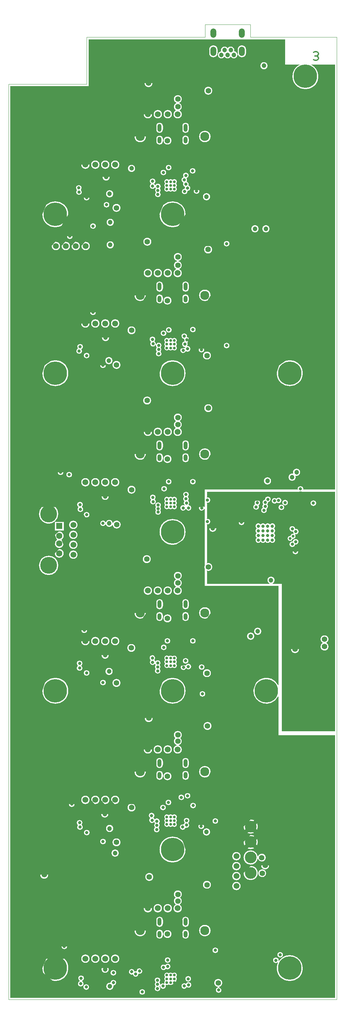
<source format=gbr>
%FSLAX33Y33*%
%MOMM*%
G04 EasyPC Gerber Version 16.0.6 Build 3249 *
%ADD106O,1.00000X1.70000*%
%ADD105O,1.00000X2.00000*%
%ADD103O,1.50000X2.40000*%
%ADD16R,1.60000X1.60000*%
%ADD73C,0.12000*%
%ADD11C,0.30000*%
%ADD85C,0.70000*%
%ADD25C,0.80000*%
%ADD111C,1.10000*%
%ADD21C,1.20000*%
%ADD26C,1.40000*%
%ADD13C,1.50000*%
%ADD17C,1.60000*%
%ADD107C,2.30000*%
%ADD19C,3.00000*%
%ADD18C,4.30000*%
%ADD24C,6.00000*%
X0Y0D02*
D02*
D11*
X95438Y275050D02*
X95813Y274863D01*
X96188*
X96563Y275050*
X96750Y275425*
X96563Y275800*
X96188Y275988*
X95813*
X96188D02*
X96563Y276175D01*
X96750Y276550*
X96563Y276925*
X96188Y277113*
X95813*
X95438Y276925*
D02*
D13*
X29490Y227400D03*
X32030D03*
X33950Y148490D03*
Y151030D03*
Y153570D03*
Y156110D03*
X34570Y227400D03*
X37040Y45200D03*
Y85800D03*
Y126400D03*
Y167000D03*
Y207600D03*
Y248200D03*
X37110Y227400D03*
X39580Y45200D03*
Y85800D03*
Y126400D03*
Y167000D03*
Y207600D03*
Y248200D03*
X42120Y45200D03*
Y85800D03*
Y126400D03*
Y167000D03*
Y207600D03*
Y248200D03*
X44660Y45200D03*
Y85800D03*
Y126400D03*
Y167000D03*
Y207600D03*
Y248200D03*
X53040Y58100D03*
Y98700D03*
Y139300D03*
Y179900D03*
Y220500D03*
Y261100D03*
X55580Y58100D03*
Y98700D03*
Y139300D03*
Y179900D03*
Y220500D03*
Y261100D03*
X58120Y58100D03*
Y98700D03*
Y139300D03*
Y179900D03*
Y220500D03*
Y261100D03*
X60660Y58100D03*
Y98700D03*
Y139300D03*
Y179900D03*
Y220500D03*
Y261100D03*
X75650Y74790D03*
Y77330D03*
Y79870D03*
Y82410D03*
X75700Y63790D03*
Y66330D03*
Y68870D03*
Y71410D03*
D02*
D16*
X30350Y155820D03*
D02*
D17*
Y148820D03*
Y151320D03*
Y153320D03*
D02*
D18*
X27640Y145750D03*
Y158890D03*
D02*
D19*
X79350Y67110D03*
Y71070D03*
Y75030D03*
Y78990D03*
D02*
D21*
X36000Y236600D03*
X37050Y204000D03*
Y245150D03*
X37150Y163400D03*
X37200Y122800D03*
X37250Y42500D03*
X37250Y82200D03*
X42000D03*
X42100Y42500D03*
X42100Y122800D03*
Y163400D03*
X42200Y204000D03*
X42350Y245050D03*
X43050Y198100D03*
X43100Y118650D03*
X43150Y156500D03*
X43250Y78500D03*
Y240750D03*
X43300Y38150D03*
X43400Y227700D03*
Y233450D03*
X44650Y72200D03*
X48850Y247250D03*
X60700Y36650D03*
X60850Y117500D03*
X61150Y158100D03*
X61400Y198500D03*
X61500Y239200D03*
X61550Y76700D03*
X68050Y77600D03*
Y240000D03*
X69650Y155250D03*
X71850Y276275D03*
X72650Y277475D03*
X73450Y276275D03*
X74250Y277475D03*
X75050Y276275D03*
X79350Y127650D03*
X80450Y231800D03*
X81150Y128900D03*
X82750Y273500D03*
X83250Y231800D03*
X83650Y167350D03*
X84550Y141950D03*
X89400Y159900D03*
X89950Y168300D03*
X91100Y169550D03*
D02*
D24*
X29350Y42800D03*
Y113700D03*
Y194900D03*
Y235500D03*
X59350Y73100D03*
Y113700D03*
Y154300D03*
Y194900D03*
Y235500D03*
X83350Y113700D03*
X89350Y42800D03*
Y194900D03*
X93350Y270800D03*
D02*
D25*
X30700Y169550D03*
X31650Y48350D03*
X32900Y168950D03*
X33050Y229900D03*
X33550Y84700D03*
X35350Y242250D03*
X35400Y241200D03*
X35450Y200550D03*
X35550Y79950D03*
Y119500D03*
Y120700D03*
X35650Y78850D03*
Y161300D03*
X35700Y201650D03*
X35750Y160100D03*
X35850Y38800D03*
X35950Y40200D03*
X36750Y129150D03*
X37250Y37950D03*
X37350Y118250D03*
Y158700D03*
Y199400D03*
Y239750D03*
X37400Y77450D03*
X39000Y210450D03*
Y232500D03*
X41550Y75150D03*
Y115800D03*
Y156500D03*
Y196900D03*
X42450Y237950D03*
X44200Y39050D03*
Y41600D03*
X48900Y41850D03*
X49900Y41300D03*
X50900Y42050D03*
X51600Y36700D03*
X53800Y42050D03*
X54000Y81800D03*
X54050Y79200D03*
X54100Y80600D03*
X54150Y119750D03*
Y160600D03*
X54200Y241550D03*
X54200Y122100D03*
Y203550D03*
X54250Y121000D03*
Y242700D03*
Y243950D03*
X54300Y163150D03*
Y201150D03*
X54350Y162050D03*
Y202400D03*
X55300Y78200D03*
X55350Y79300D03*
Y80350D03*
X55500Y37600D03*
Y38650D03*
Y39700D03*
X55550Y118800D03*
Y119800D03*
Y120800D03*
X55600Y240600D03*
Y241650D03*
Y242650D03*
X55650Y159400D03*
Y160250D03*
Y161150D03*
X55800Y199900D03*
Y200950D03*
Y202000D03*
X56900Y38200D03*
X56900Y83850D03*
X57000Y246200D03*
X57050Y43000D03*
X57050Y205100D03*
X57100Y124800D03*
X57200Y165350D03*
X57850Y36650D03*
Y77300D03*
Y117900D03*
Y158550D03*
Y199000D03*
Y239750D03*
X58050Y126450D03*
X58100Y43200D03*
Y44850D03*
X58300Y85150D03*
X58350Y167150D03*
Y247450D03*
X58400Y205950D03*
X58850Y36650D03*
Y77300D03*
Y117900D03*
Y158550D03*
Y199000D03*
Y239750D03*
X61600Y86450D03*
X61950Y78850D03*
X62050Y160450D03*
Y200750D03*
X62150Y119700D03*
X62350Y38200D03*
Y204350D03*
Y244300D03*
X62450Y241350D03*
X62500Y202300D03*
X62700Y121350D03*
X62750Y243200D03*
Y245450D03*
X62800Y162750D03*
Y163850D03*
X62900Y79350D03*
Y161700D03*
X62950Y80500D03*
X63050Y203400D03*
X63200Y86850D03*
Y201100D03*
Y242200D03*
X63350Y40050D03*
X63400Y119900D03*
X63450Y38500D03*
Y160450D03*
X64500Y246600D03*
X64550Y126450D03*
Y167150D03*
Y206050D03*
X64600Y84350D03*
X65500Y241450D03*
X66700Y79050D03*
X66750Y200900D03*
X66800Y119750D03*
Y160450D03*
X67000Y107750D03*
Y112900D03*
X68300Y156950D03*
Y162450D03*
X69750Y149100D03*
X69950Y163450D03*
X70300Y47350D03*
X70300Y80400D03*
X71150Y37200D03*
X73200Y201950D03*
Y228000D03*
X74150Y141950D03*
X77000Y156750D03*
X80750Y160700D03*
X81050Y161750D03*
X81300Y152200D03*
Y153400D03*
Y154600D03*
Y155800D03*
X82500Y152200D03*
Y153400D03*
Y154600D03*
Y155800D03*
X82600Y163800D03*
X82750Y159850D03*
X83050Y160850D03*
X83100Y161850D03*
X83700Y152200D03*
Y153400D03*
Y154600D03*
Y155800D03*
X83750Y162650D03*
X84900Y152200D03*
Y153400D03*
Y154600D03*
Y155800D03*
X85450Y162250D03*
X85800Y44800D03*
X86500Y162350D03*
X86900Y46200D03*
X87200Y160600D03*
X88150Y161800D03*
X88350Y141950D03*
X90000Y151150D03*
Y155100D03*
X90800Y149300D03*
Y150350D03*
X90850Y151800D03*
X90900Y154400D03*
X92100Y165300D03*
X95400Y161650D03*
D02*
D26*
X26500Y66650D03*
Y69150D03*
X45000Y74950D03*
Y115700D03*
Y197000D03*
Y237150D03*
X45050Y156200D03*
X48450Y75050D03*
Y115550D03*
Y197150D03*
X48500Y156450D03*
Y237250D03*
X48800Y124650D03*
X48850Y83850D03*
Y165100D03*
Y205850D03*
X52750Y147350D03*
X52850Y187900D03*
X52900Y228500D03*
X53200Y269050D03*
X53250Y106700D03*
X53400Y66100D03*
X58050Y51500D03*
Y91850D03*
Y132200D03*
Y172950D03*
Y213450D03*
Y254350D03*
X60700Y59950D03*
Y61650D03*
Y100800D03*
Y102400D03*
Y141250D03*
Y143100D03*
Y181750D03*
Y183550D03*
Y222500D03*
Y224600D03*
Y263000D03*
Y264950D03*
X68150Y64100D03*
Y118200D03*
Y199400D03*
X68300Y104700D03*
X68450Y226500D03*
X68500Y145350D03*
X68500Y185950D03*
Y267100D03*
X71050Y39000D03*
X82200Y71050D03*
X82300Y67050D03*
X82500Y75000D03*
X82600Y79000D03*
X83050Y69050D03*
X83200Y77100D03*
X84200Y121800D03*
X85100Y123450D03*
X90700Y124350D03*
X94800Y125000D03*
Y126850D03*
X98250Y125000D03*
Y126850D03*
D02*
D73*
X17350Y34800D02*
Y268800D01*
X37350*
Y280800*
X67650*
Y284050*
X79250*
Y280800*
X101350*
Y34800*
X17350*
X67500Y144998D02*
G75*
G02Y145702I1000J352D01*
G01*
Y160154*
G75*
G02X66040Y160450I-700J296*
G01*
G75*
G02X67500Y160746I760*
G01*
Y165200*
X91347*
G75*
G02X91340Y165300I753J100*
G01*
G75*
G02X92860I760*
G01*
G75*
G02X92854Y165200I-760J0*
G01*
X100850*
Y273800*
X94863*
G75*
G02X96710Y270800I-1513J-3000*
G01*
G75*
G02X89990I-3360*
G01*
G75*
G02X91837Y273800I3360*
G01*
X88100*
X88050Y273850*
Y280200*
X88000Y280250*
X37900*
Y268300*
X17850*
Y35300*
X76850*
X76900Y35350*
Y102200*
X86350*
Y112187*
G75*
G02X79990Y113700I-3000J1513*
G01*
G75*
G02X86350Y115213I3360*
G01*
Y140500*
X67500*
Y144998*
X25130Y145750D02*
G75*
G02X30150I2510D01*
G01*
G75*
G02X25130I-2510*
G01*
X25440Y66650D02*
G75*
G02X27560I1060D01*
G01*
G75*
G02X25440I-1060*
G01*
X25990Y42800D02*
G75*
G02X32710I3360D01*
G01*
G75*
G02X25990I-3360*
G01*
Y113700D02*
G75*
G02X32710I3360D01*
G01*
G75*
G02X25990I-3360*
G01*
Y194900D02*
G75*
G02X32710I3360D01*
G01*
G75*
G02X25990I-3360*
G01*
Y235500D02*
G75*
G02X32710I3360D01*
G01*
G75*
G02X25990I-3360*
G01*
X29190Y156916D02*
G75*
G02X25130Y158890I-1550J1974D01*
G01*
G75*
G02X30150I2510*
G01*
G75*
G02X29269Y156980I-2510*
G01*
X31510*
Y154660*
X29190*
Y156916*
X29762Y152320D02*
G75*
G02X30350Y154480I588J1000D01*
G01*
G75*
G02X30938Y152320J-1160*
G01*
G75*
G02X30350Y150160I-588J-1000*
G01*
G75*
G02X29762Y152320J1160*
G01*
X29940Y169550D02*
G75*
G02X31460I760D01*
G01*
G75*
G02X29940I-760*
G01*
X30350Y149980D02*
G75*
G02Y147660J-1160D01*
G01*
G75*
G02Y149980J1160*
G01*
X30600Y227400D02*
G75*
G02X28380I-1110D01*
G01*
G75*
G02X30600I1110*
G01*
X30890Y48350D02*
G75*
G02X32410I760D01*
G01*
G75*
G02X30890I-760*
G01*
X32140Y168950D02*
G75*
G02X33660I760D01*
G01*
G75*
G02X32140I-760*
G01*
X32290Y229900D02*
G75*
G02X33810I760D01*
G01*
G75*
G02X32290I-760*
G01*
X32790Y84700D02*
G75*
G02X34310I760D01*
G01*
G75*
G02X32790I-760*
G01*
X33140Y227400D02*
G75*
G02X30920I-1110D01*
G01*
G75*
G02X33140I1110*
G01*
X33950Y147380D02*
G75*
G02Y149600J1110D01*
G01*
G75*
G02Y147380J-1110*
G01*
Y149920D02*
G75*
G02Y152140J1110D01*
G01*
G75*
G02Y149920J-1110*
G01*
Y152460D02*
G75*
G02Y154680J1110D01*
G01*
G75*
G02Y152460J-1110*
G01*
Y155000D02*
G75*
G02Y157220J1110D01*
G01*
G75*
G02Y155000J-1110*
G01*
X34827Y241699D02*
G75*
G02X34590Y242250I523J551D01*
G01*
G75*
G02X36110I760*
G01*
G75*
G02X35924Y241751I-760*
G01*
G75*
G02X36160Y241200I-523J-551*
G01*
G75*
G02X34640I-760*
G01*
G75*
G02X34827Y241699I760*
G01*
X35079Y201213D02*
G75*
G02X34940Y201650I622J437D01*
G01*
G75*
G02X36460I760*
G01*
G75*
G02X36072Y200987I-760*
G01*
G75*
G02X36210Y200550I-622J-437*
G01*
G75*
G02X34690I-760*
G01*
G75*
G02X35079Y201213I760*
G01*
X35080Y79353D02*
G75*
G02X34790Y79950I470J597D01*
G01*
G75*
G02X36310I760*
G01*
G75*
G02X36120Y79447I-760*
G01*
G75*
G02X36410Y78850I-470J-597*
G01*
G75*
G02X34890I-760*
G01*
G75*
G02X35080Y79353I760*
G01*
X35084Y120100D02*
G75*
G02X34790Y120700I467J600D01*
G01*
G75*
G02X36310I760*
G01*
G75*
G02X36017Y120100I-760*
G01*
G75*
G02X36310Y119500I-467J-600*
G01*
G75*
G02X34790I-760*
G01*
G75*
G02X35084Y120100I760*
G01*
X35238Y160661D02*
G75*
G02X34890Y161300I412J639D01*
G01*
G75*
G02X36410I760*
G01*
G75*
G02X36163Y160739I-760*
G01*
G75*
G02X36510Y160100I-412J-639*
G01*
G75*
G02X34990I-760*
G01*
G75*
G02X35238Y160661I760*
G01*
X35609Y39521D02*
G75*
G02X35190Y40200I341J679D01*
G01*
G75*
G02X36710I760*
G01*
G75*
G02X36191Y39479I-760*
G01*
G75*
G02X36610Y38800I-341J-679*
G01*
G75*
G02X35090I-760*
G01*
G75*
G02X35609Y39521I760*
G01*
X35680Y227400D02*
G75*
G02X33460I-1110D01*
G01*
G75*
G02X35680I1110*
G01*
X35930Y45200D02*
G75*
G02X38150I1110D01*
G01*
G75*
G02X35930I-1110*
G01*
Y85800D02*
G75*
G02X38150I1110D01*
G01*
G75*
G02X35930I-1110*
G01*
Y126400D02*
G75*
G02X38150I1110D01*
G01*
G75*
G02X35930I-1110*
G01*
Y167000D02*
G75*
G02X38150I1110D01*
G01*
G75*
G02X35930I-1110*
G01*
Y207600D02*
G75*
G02X38150I1110D01*
G01*
G75*
G02X35930I-1110*
G01*
Y248200D02*
G75*
G02X38150I1110D01*
G01*
G75*
G02X35930I-1110*
G01*
X35990Y129150D02*
G75*
G02X37510I760D01*
G01*
G75*
G02X35990I-760*
G01*
X36490Y37950D02*
G75*
G02X38010I760D01*
G01*
G75*
G02X36490I-760*
G01*
X36590Y118250D02*
G75*
G02X38110I760D01*
G01*
G75*
G02X36590I-760*
G01*
Y158700D02*
G75*
G02X38110I760D01*
G01*
G75*
G02X36590I-760*
G01*
Y199400D02*
G75*
G02X38110I760D01*
G01*
G75*
G02X36590I-760*
G01*
Y239750D02*
G75*
G02X38110I760D01*
G01*
G75*
G02X36590I-760*
G01*
X36640Y77450D02*
G75*
G02X38160I760D01*
G01*
G75*
G02X36640I-760*
G01*
X38220Y227400D02*
G75*
G02X36000I-1110D01*
G01*
G75*
G02X38220I1110*
G01*
X38240Y210450D02*
G75*
G02X39760I760D01*
G01*
G75*
G02X38240I-760*
G01*
Y232500D02*
G75*
G02X39760I760D01*
G01*
G75*
G02X38240I-760*
G01*
X38470Y45200D02*
G75*
G02X40690I1110D01*
G01*
G75*
G02X38470I-1110*
G01*
Y85800D02*
G75*
G02X40690I1110D01*
G01*
G75*
G02X38470I-1110*
G01*
Y126400D02*
G75*
G02X40690I1110D01*
G01*
G75*
G02X38470I-1110*
G01*
Y167000D02*
G75*
G02X40690I1110D01*
G01*
G75*
G02X38470I-1110*
G01*
Y207600D02*
G75*
G02X40690I1110D01*
G01*
G75*
G02X38470I-1110*
G01*
Y248200D02*
G75*
G02X40690I1110D01*
G01*
G75*
G02X38470I-1110*
G01*
X40790Y75150D02*
G75*
G02X42310I760D01*
G01*
G75*
G02X40790I-760*
G01*
Y115800D02*
G75*
G02X42310I760D01*
G01*
G75*
G02X40790I-760*
G01*
Y196900D02*
G75*
G02X42310I760D01*
G01*
G75*
G02X40790I-760*
G01*
X41010Y45200D02*
G75*
G02X43230I1110D01*
G01*
G75*
G02X41010I-1110*
G01*
Y85800D02*
G75*
G02X43230I1110D01*
G01*
G75*
G02X41010I-1110*
G01*
Y126400D02*
G75*
G02X43230I1110D01*
G01*
G75*
G02X41010I-1110*
G01*
Y167000D02*
G75*
G02X43230I1110D01*
G01*
G75*
G02X41010I-1110*
G01*
Y207600D02*
G75*
G02X43230I1110D01*
G01*
G75*
G02X41010I-1110*
G01*
Y248200D02*
G75*
G02X43230I1110D01*
G01*
G75*
G02X41010I-1110*
G01*
X41040Y82200D02*
G75*
G02X42960I960D01*
G01*
G75*
G02X41040I-960*
G01*
X41140Y42500D02*
G75*
G02X43060I960D01*
G01*
G75*
G02X41140I-960*
G01*
X41140Y122800D02*
G75*
G02X43060I960D01*
G01*
G75*
G02X41140I-960*
G01*
Y163400D02*
G75*
G02X43060I960D01*
G01*
G75*
G02X41140I-960*
G01*
X41240Y204000D02*
G75*
G02X43160I960D01*
G01*
G75*
G02X41240I-960*
G01*
X41390Y245050D02*
G75*
G02X43310I960D01*
G01*
G75*
G02X41390I-960*
G01*
X41690Y237950D02*
G75*
G02X43210I760D01*
G01*
G75*
G02X41690I-760*
G01*
X42090Y198100D02*
G75*
G02X44010I960D01*
G01*
G75*
G02X42090I-960*
G01*
X42140Y118650D02*
G75*
G02X44060I960D01*
G01*
G75*
G02X42140I-960*
G01*
X42243Y156187D02*
G75*
G02X40790Y156500I-693J313D01*
G01*
G75*
G02X42243Y156813I760*
G01*
G75*
G02X44097Y156662I908J-313*
G01*
G75*
G02X46110Y156200I954J-462*
G01*
G75*
G02X44000Y156054I-1060*
G01*
G75*
G02X42243Y156187I-850J446*
G01*
X42290Y78500D02*
G75*
G02X44210I960D01*
G01*
G75*
G02X42290I-960*
G01*
Y240750D02*
G75*
G02X44210I960D01*
G01*
G75*
G02X42290I-960*
G01*
X42440Y227700D02*
G75*
G02X44360I960D01*
G01*
G75*
G02X42440I-960*
G01*
Y233450D02*
G75*
G02X44360I960D01*
G01*
G75*
G02X42440I-960*
G01*
X43440Y41600D02*
G75*
G02X44960I760D01*
G01*
G75*
G02X43440I-760*
G01*
X43442Y39100D02*
G75*
G02X44960Y39050I758J-50D01*
G01*
G75*
G02X44250Y38292I-760*
G01*
G75*
G02X44260Y38150I-950J-142*
G01*
G75*
G02X42340I-960*
G01*
G75*
G02X43442Y39100I960*
G01*
X43550Y45200D02*
G75*
G02X45770I1110D01*
G01*
G75*
G02X43550I-1110*
G01*
Y85800D02*
G75*
G02X45770I1110D01*
G01*
G75*
G02X43550I-1110*
G01*
Y126400D02*
G75*
G02X45770I1110D01*
G01*
G75*
G02X43550I-1110*
G01*
Y167000D02*
G75*
G02X45770I1110D01*
G01*
G75*
G02X43550I-1110*
G01*
Y207600D02*
G75*
G02X45770I1110D01*
G01*
G75*
G02X43550I-1110*
G01*
Y248200D02*
G75*
G02X45770I1110D01*
G01*
G75*
G02X43550I-1110*
G01*
X43690Y72200D02*
G75*
G02X45610I960D01*
G01*
G75*
G02X43690I-960*
G01*
X43940Y74950D02*
G75*
G02X46060I1060D01*
G01*
G75*
G02X43940I-1060*
G01*
Y115700D02*
G75*
G02X46060I1060D01*
G01*
G75*
G02X43940I-1060*
G01*
Y197000D02*
G75*
G02X46060I1060D01*
G01*
G75*
G02X43940I-1060*
G01*
Y237150D02*
G75*
G02X46060I1060D01*
G01*
G75*
G02X43940I-1060*
G01*
X47740Y124650D02*
G75*
G02X49860I1060D01*
G01*
G75*
G02X47740I-1060*
G01*
X47790Y83850D02*
G75*
G02X49910I1060D01*
G01*
G75*
G02X47790I-1060*
G01*
Y165100D02*
G75*
G02X49910I1060D01*
G01*
G75*
G02X47790I-1060*
G01*
Y205850D02*
G75*
G02X49910I1060D01*
G01*
G75*
G02X47790I-1060*
G01*
X47890Y247250D02*
G75*
G02X49810I960D01*
G01*
G75*
G02X47890I-960*
G01*
X49158Y41135D02*
G75*
G02X48140Y41850I-258J715D01*
G01*
G75*
G02X49642Y42015I760*
G01*
G75*
G02X50141Y42021I258J-715*
G01*
G75*
G02X50140Y42050I760J30*
G01*
G75*
G02X51660I760*
G01*
G75*
G02X50659Y41329I-760*
G01*
G75*
G02X50660Y41300I-760J-30*
G01*
G75*
G02X49158Y41135I-760*
G01*
X50840Y36700D02*
G75*
G02X52360I760D01*
G01*
G75*
G02X50840I-760*
G01*
X51690Y147350D02*
G75*
G02X53810I1060D01*
G01*
G75*
G02X51690I-1060*
G01*
X51790Y187900D02*
G75*
G02X53910I1060D01*
G01*
G75*
G02X51790I-1060*
G01*
X51840Y228500D02*
G75*
G02X53960I1060D01*
G01*
G75*
G02X51840I-1060*
G01*
X52140Y269050D02*
G75*
G02X54260I1060D01*
G01*
G75*
G02X52140I-1060*
G01*
X52190Y106700D02*
G75*
G02X54310I1060D01*
G01*
G75*
G02X52190I-1060*
G01*
X52340Y66100D02*
G75*
G02X54460I1060D01*
G01*
G75*
G02X52340I-1060*
G01*
X52585Y52395D02*
G75*
G02X49565I-1510D01*
G01*
G75*
G02X52585I1510*
G01*
Y92995D02*
G75*
G02X49565I-1510D01*
G01*
G75*
G02X52585I1510*
G01*
Y133595D02*
G75*
G02X49565I-1510D01*
G01*
G75*
G02X52585I1510*
G01*
Y174195D02*
G75*
G02X49565I-1510D01*
G01*
G75*
G02X52585I1510*
G01*
Y214795D02*
G75*
G02X49565I-1510D01*
G01*
G75*
G02X52585I1510*
G01*
Y255395D02*
G75*
G02X49565I-1510D01*
G01*
G75*
G02X52585I1510*
G01*
X53588Y81162D02*
G75*
G02X53240Y81800I412J639D01*
G01*
G75*
G02X54760I760*
G01*
G75*
G02X54513Y81239I-760*
G01*
G75*
G02X54807Y80881I-412J-639*
G01*
G75*
G02X55900Y79825I544J-531*
G01*
G75*
G02X55849Y78726I-550J-525*
G01*
G75*
G02X56060Y78200I-548J-526*
G01*
G75*
G02X54540I-760*
G01*
G75*
G02X54802Y78774I760J0*
G01*
G75*
G02X54801Y79825I548J526*
G01*
G75*
G02X54644Y80069I550J525*
G01*
G75*
G02X53340Y80600I-544J531*
G01*
G75*
G02X53588Y81162I760*
G01*
X53702Y121526D02*
G75*
G02X53440Y122100I498J574D01*
G01*
G75*
G02X54960I760*
G01*
G75*
G02X54749Y121574I-760*
G01*
G75*
G02X54958Y121276I-498J-574*
G01*
G75*
G02X56310Y120800I592J-477*
G01*
G75*
G02X56123Y120300I-760*
G01*
G75*
G02Y119300I-572J-500*
G01*
G75*
G02X56310Y118800I-572J-500*
G01*
G75*
G02X54790I-760*
G01*
G75*
G02X54978Y119300I760J0*
G01*
G75*
G02Y120300I572J500*
G01*
G75*
G02X54842Y120523I572J500*
G01*
G75*
G02X53490Y121000I-592J477*
G01*
G75*
G02X53702Y121526I760*
G01*
X53788Y202911D02*
G75*
G02X53440Y203550I412J639D01*
G01*
G75*
G02X54960I760*
G01*
G75*
G02X54762Y203039I-760*
G01*
G75*
G02X55104Y202306I-412J-639*
G01*
G75*
G02X56560Y202000I696J-306*
G01*
G75*
G02X56350Y201475I-760*
G01*
G75*
G02Y200425I-550J-525*
G01*
G75*
G02X56560Y199900I-550J-525*
G01*
G75*
G02X55040I-760*
G01*
G75*
G02X55251Y200425I760*
G01*
G75*
G02Y201475I550J525*
G01*
G75*
G02X55046Y202095I549J525*
G01*
G75*
G02X53590Y202400I-696J306*
G01*
G75*
G02X53788Y202911I760*
G01*
X53802Y162576D02*
G75*
G02X53540Y163150I498J574D01*
G01*
G75*
G02X55060I760*
G01*
G75*
G02X54849Y162624I-760*
G01*
G75*
G02X55110Y162050I-498J-574*
G01*
G75*
G02X53590I-760*
G01*
G75*
G02X53802Y162576I760*
G01*
X53818Y243325D02*
G75*
G02X53490Y243950I432J625D01*
G01*
G75*
G02X55010I760*
G01*
G75*
G02X54683Y243325I-760*
G01*
G75*
G02X54938Y243023I-432J-625*
G01*
G75*
G02X56360Y242650I662J-373*
G01*
G75*
G02X56173Y242150I-760*
G01*
G75*
G02X56150Y241125I-572J-500*
G01*
G75*
G02X56360Y240600I-550J-525*
G01*
G75*
G02X54840I-760*
G01*
G75*
G02X55051Y241125I760*
G01*
G75*
G02X55028Y242150I550J525*
G01*
G75*
G02X54912Y242327I572J500*
G01*
G75*
G02X53490Y242700I-662J373*
G01*
G75*
G02X53818Y243325I760*
G01*
X54150Y58100D02*
G75*
G02X51930I-1110D01*
G01*
G75*
G02X54150I1110*
G01*
Y98700D02*
G75*
G02X51930I-1110D01*
G01*
G75*
G02X54150I1110*
G01*
Y139300D02*
G75*
G02X51930I-1110D01*
G01*
G75*
G02X54150I1110*
G01*
Y179900D02*
G75*
G02X51930I-1110D01*
G01*
G75*
G02X54150I1110*
G01*
Y220500D02*
G75*
G02X51930I-1110D01*
G01*
G75*
G02X54150I1110*
G01*
Y261100D02*
G75*
G02X51930I-1110D01*
G01*
G75*
G02X54150I1110*
G01*
X54951Y38125D02*
G75*
G02Y39175I550J525D01*
G01*
G75*
G02X54740Y39700I550J525*
G01*
G75*
G02X56260I760*
G01*
G75*
G02X56050Y39175I-760*
G01*
G75*
G02X56260Y38650I-550J-525*
G01*
G75*
G02X56259Y38609I-760J-1*
G01*
G75*
G02X57222Y38888I641J-409*
G01*
G75*
G02X57372Y39575I678J212*
G01*
G75*
G02Y40525I528J475*
G01*
G75*
G02X58375Y41528I528J475*
G01*
G75*
G02X59325I475J-528*
G01*
G75*
G02X60328Y40525I475J-528*
G01*
G75*
G02Y39575I-528J-475*
G01*
G75*
G02X59325Y38572I-528J-475*
G01*
G75*
G02X58375I-475J528*
G01*
G75*
G02X57618Y38448I-475J528*
G01*
G75*
G02X57660Y38200I-718J-248*
G01*
G75*
G02X56140I-760*
G01*
G75*
G02X56141Y38241I759J1*
G01*
G75*
G02X56050Y38125I-641J409*
G01*
G75*
G02X56260Y37600I-550J-525*
G01*
G75*
G02X54740I-760*
G01*
G75*
G02X54951Y38125I760*
G01*
X55020Y159825D02*
G75*
G02X55038Y160700I630J425D01*
G01*
G75*
G02X54890Y161150I613J450*
G01*
G75*
G02X56410I760*
G01*
G75*
G02X56263Y160700I-760J0*
G01*
G75*
G02X56280Y159825I-613J-450*
G01*
G75*
G02X56410Y159400I-630J-425*
G01*
G75*
G02X54890I-760*
G01*
G75*
G02X55020Y159825I760J0*
G01*
X55990Y73100D02*
G75*
G02X62710I3360D01*
G01*
G75*
G02X55990I-3360*
G01*
Y113700D02*
G75*
G02X62710I3360D01*
G01*
G75*
G02X55990I-3360*
G01*
Y154300D02*
G75*
G02X62710I3360D01*
G01*
G75*
G02X55990I-3360*
G01*
Y194900D02*
G75*
G02X62710I3360D01*
G01*
G75*
G02X55990I-3360*
G01*
Y235500D02*
G75*
G02X62710I3360D01*
G01*
G75*
G02X55990I-3360*
G01*
X56140Y83850D02*
G75*
G02X57660I760D01*
G01*
G75*
G02X56140I-760*
G01*
X56240Y246200D02*
G75*
G02X57760I760D01*
G01*
G75*
G02X56240I-760*
G01*
X56290Y205100D02*
G75*
G02X57810I760D01*
G01*
G75*
G02X56290I-760*
G01*
X56340Y124800D02*
G75*
G02X57860I760D01*
G01*
G75*
G02X56340I-760*
G01*
X56440Y165350D02*
G75*
G02X57960I760D01*
G01*
G75*
G02X56440I-760*
G01*
X56690Y58100D02*
G75*
G02X54470I-1110D01*
G01*
G75*
G02X56690I1110*
G01*
Y98700D02*
G75*
G02X54470I-1110D01*
G01*
G75*
G02X56690I1110*
G01*
Y139300D02*
G75*
G02X54470I-1110D01*
G01*
G75*
G02X56690I1110*
G01*
Y179900D02*
G75*
G02X54470I-1110D01*
G01*
G75*
G02X56690I1110*
G01*
Y220500D02*
G75*
G02X54470I-1110D01*
G01*
G75*
G02X56690I1110*
G01*
Y261100D02*
G75*
G02X54470I-1110D01*
G01*
G75*
G02X56690I1110*
G01*
X56885Y51825D02*
Y51125D01*
G75*
G02X55165I-860*
G01*
Y51825*
G75*
G02X56885I860*
G01*
Y55125D02*
Y54125D01*
G75*
G02X55165I-860*
G01*
Y55125*
G75*
G02X56885I860*
G01*
Y92425D02*
Y91725D01*
G75*
G02X55165I-860*
G01*
Y92425*
G75*
G02X56885I860*
G01*
Y95725D02*
Y94725D01*
G75*
G02X55165I-860*
G01*
Y95725*
G75*
G02X56885I860*
G01*
Y133025D02*
Y132325D01*
G75*
G02X55165I-860*
G01*
Y133025*
G75*
G02X56885I860*
G01*
Y136325D02*
Y135325D01*
G75*
G02X55165I-860*
G01*
Y136325*
G75*
G02X56885I860*
G01*
Y173625D02*
Y172925D01*
G75*
G02X55165I-860*
G01*
Y173625*
G75*
G02X56885I860*
G01*
Y176925D02*
Y175925D01*
G75*
G02X55165I-860*
G01*
Y176925*
G75*
G02X56885I860*
G01*
Y214225D02*
Y213525D01*
G75*
G02X55165I-860*
G01*
Y214225*
G75*
G02X56885I860*
G01*
Y217525D02*
Y216525D01*
G75*
G02X55165I-860*
G01*
Y217525*
G75*
G02X56885I860*
G01*
Y254825D02*
Y254125D01*
G75*
G02X55165I-860*
G01*
Y254825*
G75*
G02X56885I860*
G01*
Y258125D02*
Y257125D01*
G75*
G02X55165I-860*
G01*
Y258125*
G75*
G02X56885I860*
G01*
X56990Y51500D02*
G75*
G02X59110I1060D01*
G01*
G75*
G02X56990I-1060*
G01*
Y91850D02*
G75*
G02X59110I1060D01*
G01*
G75*
G02X56990I-1060*
G01*
Y132200D02*
G75*
G02X59110I1060D01*
G01*
G75*
G02X56990I-1060*
G01*
Y172950D02*
G75*
G02X59110I1060D01*
G01*
G75*
G02X56990I-1060*
G01*
Y213450D02*
G75*
G02X59110I1060D01*
G01*
G75*
G02X56990I-1060*
G01*
Y254350D02*
G75*
G02X59110I1060D01*
G01*
G75*
G02X56990I-1060*
G01*
X57290Y126450D02*
G75*
G02X58810I760D01*
G01*
G75*
G02X57290I-760*
G01*
X57340Y44850D02*
G75*
G02X58860I760D01*
G01*
G75*
G02X57340I-760*
G01*
X57373Y80025D02*
G75*
G02Y80975I528J475D01*
G01*
G75*
G02X58375Y81978I528J475*
G01*
G75*
G02X59325I475J-528*
G01*
G75*
G02X60328Y80975I475J-528*
G01*
G75*
G02Y80025I-528J-475*
G01*
G75*
G02X59325Y79022I-528J-475*
G01*
G75*
G02X58375I-475J528*
G01*
G75*
G02X57373Y80025I-475J528*
G01*
Y120625D02*
G75*
G02Y121575I528J475D01*
G01*
G75*
G02X58375Y122578I528J475*
G01*
G75*
G02X59325I475J-528*
G01*
G75*
G02X60328Y121575I475J-528*
G01*
G75*
G02Y120625I-528J-475*
G01*
G75*
G02X59325Y119622I-528J-475*
G01*
G75*
G02X58375I-475J528*
G01*
G75*
G02X57373Y120625I-475J528*
G01*
Y161225D02*
G75*
G02Y162175I528J475D01*
G01*
G75*
G02X58375Y163178I528J475*
G01*
G75*
G02X59325I475J-528*
G01*
G75*
G02X60328Y162175I475J-528*
G01*
G75*
G02Y161225I-528J-475*
G01*
G75*
G02X59325Y160222I-528J-475*
G01*
G75*
G02X58375I-475J528*
G01*
G75*
G02X57373Y161225I-475J528*
G01*
Y201825D02*
G75*
G02Y202775I528J475D01*
G01*
G75*
G02X58375Y203778I528J475*
G01*
G75*
G02X59325I475J-528*
G01*
G75*
G02X60328Y202775I475J-528*
G01*
G75*
G02Y201825I-528J-475*
G01*
G75*
G02X59325Y200822I-528J-475*
G01*
G75*
G02X58375I-475J528*
G01*
G75*
G02X57373Y201825I-475J528*
G01*
Y242425D02*
G75*
G02Y243375I528J475D01*
G01*
G75*
G02X58375Y244378I528J475*
G01*
G75*
G02X59325I475J-528*
G01*
G75*
G02X60328Y243375I475J-528*
G01*
G75*
G02Y242425I-528J-475*
G01*
G75*
G02X59325Y241422I-528J-475*
G01*
G75*
G02X58375I-475J528*
G01*
G75*
G02X57373Y242425I-475J528*
G01*
X57474Y43631D02*
G75*
G02X58860Y43200I626J-431D01*
G01*
G75*
G02X57676Y42569I-760*
G01*
G75*
G02X56290Y43000I-626J431*
G01*
G75*
G02X57474Y43631I760*
G01*
X57540Y85150D02*
G75*
G02X59060I760D01*
G01*
G75*
G02X57540I-760*
G01*
X57590Y167150D02*
G75*
G02X59110I760D01*
G01*
G75*
G02X57590I-760*
G01*
Y247450D02*
G75*
G02X59110I760D01*
G01*
G75*
G02X57590I-760*
G01*
X57640Y205950D02*
G75*
G02X59160I760D01*
G01*
G75*
G02X57640I-760*
G01*
X59230Y58100D02*
G75*
G02X57010I-1110D01*
G01*
G75*
G02X59230I1110*
G01*
Y98700D02*
G75*
G02X57010I-1110D01*
G01*
G75*
G02X59230I1110*
G01*
Y139300D02*
G75*
G02X57010I-1110D01*
G01*
G75*
G02X59230I1110*
G01*
Y179900D02*
G75*
G02X57010I-1110D01*
G01*
G75*
G02X59230I1110*
G01*
Y220500D02*
G75*
G02X57010I-1110D01*
G01*
G75*
G02X59230I1110*
G01*
Y261100D02*
G75*
G02X57010I-1110D01*
G01*
G75*
G02X59230I1110*
G01*
X60005Y101600D02*
G75*
G02X59640Y102400I695J800D01*
G01*
G75*
G02X61760I1060*
G01*
G75*
G02X61396Y101600I-1060*
G01*
G75*
G02X60953Y99771I-695J-800*
G01*
G75*
G02X61770Y98700I-293J-1071*
G01*
G75*
G02X59550I-1110*
G01*
G75*
G02X60408Y99781I1110*
G01*
G75*
G02X60005Y101600I292J1019*
G01*
X60067Y60800D02*
G75*
G02X59640Y61650I633J850D01*
G01*
G75*
G02X61760I1060*
G01*
G75*
G02X61334Y60800I-1060*
G01*
G75*
G02X61247Y59042I-633J-850*
G01*
G75*
G02X61770Y58100I-587J-942*
G01*
G75*
G02X59550I-1110*
G01*
G75*
G02X60115Y59067I1110J0*
G01*
G75*
G02X60067Y60800I586J883*
G01*
X60115Y180867D02*
G75*
G02X60140Y182650I586J883D01*
G01*
G75*
G02X59640Y183550I560J900*
G01*
G75*
G02X61760I1060*
G01*
G75*
G02X61260Y182650I-1060*
G01*
G75*
G02X61247Y180842I-560J-900*
G01*
G75*
G02X61770Y179900I-587J-942*
G01*
G75*
G02X59550I-1110*
G01*
G75*
G02X60115Y180867I1110J0*
G01*
X60157Y262090D02*
G75*
G02X60284Y263975I543J910D01*
G01*
G75*
G02X59640Y264950I416J975*
G01*
G75*
G02X61760I1060*
G01*
G75*
G02X61116Y263975I-1060*
G01*
G75*
G02X61204Y262068I-416J-975*
G01*
G75*
G02X61770Y261100I-544J-968*
G01*
G75*
G02X59550I-1110*
G01*
G75*
G02X60157Y262090I1110J0*
G01*
X60183Y142175D02*
G75*
G02X59640Y143100I518J925D01*
G01*
G75*
G02X61760I1060*
G01*
G75*
G02X61218Y142175I-1060*
G01*
G75*
G02X61156Y140293I-518J-925*
G01*
G75*
G02X61770Y139300I-496J-993*
G01*
G75*
G02X59550I-1110*
G01*
G75*
G02X60206Y140313I1110*
G01*
G75*
G02X60183Y142175I495J937*
G01*
X60261Y221536D02*
G75*
G02X60555Y223550I440J964D01*
G01*
G75*
G02X59640Y224600I145J1050*
G01*
G75*
G02X61760I1060*
G01*
G75*
G02X60846Y223550I-1060*
G01*
G75*
G02X61101Y221519I-145J-1050*
G01*
G75*
G02X61770Y220500I-441J-1019*
G01*
G75*
G02X59550I-1110*
G01*
G75*
G02X60261Y221536I1110*
G01*
X60840Y86450D02*
G75*
G02X62360I760D01*
G01*
G75*
G02X60840I-760*
G01*
X61940Y121350D02*
G75*
G02X63460I760D01*
G01*
G75*
G02X61940I-760*
G01*
X62095Y243584D02*
G75*
G02X62121Y245024I256J716D01*
G01*
G75*
G02X61990Y245450I630J426*
G01*
G75*
G02X63510I760*
G01*
G75*
G02X62980Y244726I-760*
G01*
G75*
G02X63006Y243916I-630J-426*
G01*
G75*
G02X63455Y242916I-256J-716*
G01*
G75*
G02X63205Y241440I-255J-716*
G01*
G75*
G02X63210Y241350I-755J-90*
G01*
G75*
G02X61690I-760*
G01*
G75*
G02X62446Y242110I760*
G01*
G75*
G02X62440Y242200I755J90*
G01*
G75*
G02X62495Y242484I760J0*
G01*
G75*
G02X62095Y243584I255J716*
G01*
X62175Y79576D02*
G75*
G02X62429Y79947I726J-226D01*
G01*
G75*
G02X62190Y80500I521J553*
G01*
G75*
G02X63710I760*
G01*
G75*
G02X63421Y79903I-760*
G01*
G75*
G02X62676Y78624I-521J-553*
G01*
G75*
G02X61190Y78850I-726J226*
G01*
G75*
G02X62175Y79576I760*
G01*
X62276Y163300D02*
G75*
G02X62040Y163850I524J550D01*
G01*
G75*
G02X63560I760*
G01*
G75*
G02X63325Y163300I-760*
G01*
G75*
G02X63395Y162277I-524J-550*
G01*
G75*
G02X63481Y161209I-495J-577*
G01*
G75*
G02X64210Y160450I-30J-759*
G01*
G75*
G02X62750Y160154I-760*
G01*
G75*
G02X61290Y160450I-700J296*
G01*
G75*
G02X62409Y161120I760*
G01*
G75*
G02X62306Y162173I491J580*
G01*
G75*
G02X62276Y163300I495J577*
G01*
X62315Y203591D02*
G75*
G02X61590Y204350I36J759D01*
G01*
G75*
G02X63110I760*
G01*
G75*
G02X63086Y204159I-760J0*
G01*
G75*
G02X63175Y202650I-36J-759*
G01*
G75*
G02X63117Y201855I-675J-350*
G01*
G75*
G02X63960Y201100I84J-755*
G01*
G75*
G02X62761Y200480I-760*
G01*
G75*
G02X61290Y200750I-710J270*
G01*
G75*
G02X62490Y201370I760*
G01*
G75*
G02X62584Y201545I710J-270*
G01*
G75*
G02X62376Y203050I-84J755*
G01*
G75*
G02X62315Y203591I674J350*
G01*
X62440Y86850D02*
G75*
G02X63960I760D01*
G01*
G75*
G02X62440I-760*
G01*
X62590Y40050D02*
G75*
G02X64110I760D01*
G01*
G75*
G02X62590I-760*
G01*
X62709Y120215D02*
G75*
G02X64160Y119900I692J-315D01*
G01*
G75*
G02X62842Y119385I-760*
G01*
G75*
G02X61390Y119700I-692J315*
G01*
G75*
G02X62709Y120215I760*
G01*
X62768Y38835D02*
G75*
G02X64210Y38500I682J-335D01*
G01*
G75*
G02X63033Y37865I-760*
G01*
G75*
G02X61590Y38200I-682J335*
G01*
G75*
G02X62768Y38835I760*
G01*
X63535Y51825D02*
Y51125D01*
G75*
G02X61815I-860*
G01*
Y51825*
G75*
G02X63535I860*
G01*
Y55125D02*
Y54125D01*
G75*
G02X61815I-860*
G01*
Y55125*
G75*
G02X63535I860*
G01*
Y92425D02*
Y91725D01*
G75*
G02X61815I-860*
G01*
Y92425*
G75*
G02X63535I860*
G01*
Y95725D02*
Y94725D01*
G75*
G02X61815I-860*
G01*
Y95725*
G75*
G02X63535I860*
G01*
Y133025D02*
Y132325D01*
G75*
G02X61815I-860*
G01*
Y133025*
G75*
G02X63535I860*
G01*
Y136325D02*
Y135325D01*
G75*
G02X61815I-860*
G01*
Y136325*
G75*
G02X63535I860*
G01*
Y173625D02*
Y172925D01*
G75*
G02X61815I-860*
G01*
Y173625*
G75*
G02X63535I860*
G01*
Y176925D02*
Y175925D01*
G75*
G02X61815I-860*
G01*
Y176925*
G75*
G02X63535I860*
G01*
Y214225D02*
Y213525D01*
G75*
G02X61815I-860*
G01*
Y214225*
G75*
G02X63535I860*
G01*
Y217525D02*
Y216525D01*
G75*
G02X61815I-860*
G01*
Y217525*
G75*
G02X63535I860*
G01*
Y254825D02*
Y254125D01*
G75*
G02X61815I-860*
G01*
Y254825*
G75*
G02X63535I860*
G01*
Y258125D02*
Y257125D01*
G75*
G02X61815I-860*
G01*
Y258125*
G75*
G02X63535I860*
G01*
X63740Y246600D02*
G75*
G02X65260I760D01*
G01*
G75*
G02X63740I-760*
G01*
X63790Y126450D02*
G75*
G02X65310I760D01*
G01*
G75*
G02X63790I-760*
G01*
Y167150D02*
G75*
G02X65310I760D01*
G01*
G75*
G02X63790I-760*
G01*
Y206050D02*
G75*
G02X65310I760D01*
G01*
G75*
G02X63790I-760*
G01*
X63840Y84350D02*
G75*
G02X65360I760D01*
G01*
G75*
G02X63840I-760*
G01*
X64740Y241450D02*
G75*
G02X66260I760D01*
G01*
G75*
G02X64740I-760*
G01*
X65940Y79050D02*
G75*
G02X67460I760D01*
G01*
G75*
G02X65940I-760*
G01*
X65990Y200900D02*
G75*
G02X67510I760D01*
G01*
G75*
G02X65990I-760*
G01*
X66040Y119750D02*
G75*
G02X67560I760D01*
G01*
G75*
G02X66040I-760*
G01*
X66240Y112900D02*
G75*
G02X67760I760D01*
G01*
G75*
G02X66240I-760*
G01*
X67090Y64100D02*
G75*
G02X69210I1060D01*
G01*
G75*
G02X67090I-1060*
G01*
Y77600D02*
G75*
G02X69010I960D01*
G01*
G75*
G02X67090I-960*
G01*
Y118200D02*
G75*
G02X69210I1060D01*
G01*
G75*
G02X67090I-1060*
G01*
Y199400D02*
G75*
G02X69210I1060D01*
G01*
G75*
G02X67090I-1060*
G01*
Y240000D02*
G75*
G02X69010I960D01*
G01*
G75*
G02X67090I-960*
G01*
X67240Y104700D02*
G75*
G02X69360I1060D01*
G01*
G75*
G02X67240I-1060*
G01*
X67390Y226500D02*
G75*
G02X69510I1060D01*
G01*
G75*
G02X67390I-1060*
G01*
X67440Y185950D02*
G75*
G02X69560I1060D01*
G01*
G75*
G02X67440I-1060*
G01*
Y267100D02*
G75*
G02X69560I1060D01*
G01*
G75*
G02X67440I-1060*
G01*
X68690Y276725D02*
Y277625D01*
G75*
G02X70910I1110*
G01*
Y276725*
G75*
G02X68690I-1110*
G01*
X69135Y52395D02*
G75*
G02X66115I-1510D01*
G01*
G75*
G02X69135I1510*
G01*
Y92995D02*
G75*
G02X66115I-1510D01*
G01*
G75*
G02X69135I1510*
G01*
Y133595D02*
G75*
G02X66115I-1510D01*
G01*
G75*
G02X69135I1510*
G01*
Y174195D02*
G75*
G02X66115I-1510D01*
G01*
G75*
G02X69135I1510*
G01*
Y214795D02*
G75*
G02X66115I-1510D01*
G01*
G75*
G02X69135I1510*
G01*
Y255395D02*
G75*
G02X66115I-1510D01*
G01*
G75*
G02X69135I1510*
G01*
X69540Y47350D02*
G75*
G02X71060I760D01*
G01*
G75*
G02X69540I-760*
G01*
X69540Y80400D02*
G75*
G02X71060I760D01*
G01*
G75*
G02X69540I-760*
G01*
X70985Y37942D02*
G75*
G02X69990Y39000I65J1058D01*
G01*
G75*
G02X72110I1060*
G01*
G75*
G02X71231Y37956I-1060*
G01*
G75*
G02X71910Y37200I-81J-756*
G01*
G75*
G02X70390I-760*
G01*
G75*
G02X70985Y37942I760*
G01*
X71723Y277227D02*
G75*
G02X73450Y278006I927J248D01*
G01*
G75*
G02X75177Y277227I800J-531*
G01*
G75*
G02X76010Y276275I-127J-952*
G01*
G75*
G02X74250Y275744I-960*
G01*
G75*
G02X72650I-800J531*
G01*
G75*
G02X70890Y276275I-800J531*
G01*
G75*
G02X71723Y277227I960*
G01*
X72440Y201950D02*
G75*
G02X73960I760D01*
G01*
G75*
G02X72440I-760*
G01*
Y228000D02*
G75*
G02X73960I760D01*
G01*
G75*
G02X72440I-760*
G01*
X75700Y62680D02*
G75*
G02Y64900J1110D01*
G01*
G75*
G02Y62680J-1110*
G01*
Y65220D02*
G75*
G02Y67440J1110D01*
G01*
G75*
G02Y65220J-1110*
G01*
Y67760D02*
G75*
G02Y69980J1110D01*
G01*
G75*
G02Y67760J-1110*
G01*
Y70300D02*
G75*
G02Y72520J1110D01*
G01*
G75*
G02Y70300J-1110*
G01*
X75990Y276725D02*
Y277625D01*
G75*
G02X78210I1110*
G01*
Y276725*
G75*
G02X75990I-1110*
G01*
X78390Y127650D02*
G75*
G02X80310I960D01*
G01*
G75*
G02X78390I-960*
G01*
X79490Y231800D02*
G75*
G02X81410I960D01*
G01*
G75*
G02X79490I-960*
G01*
X80190Y128900D02*
G75*
G02X82110I960D01*
G01*
G75*
G02X80190I-960*
G01*
X81790Y273500D02*
G75*
G02X83710I960D01*
G01*
G75*
G02X81790I-960*
G01*
X82290Y231800D02*
G75*
G02X84210I960D01*
G01*
G75*
G02X82290I-960*
G01*
X82690Y167350D02*
G75*
G02X84610I960D01*
G01*
G75*
G02X82690I-960*
G01*
X85990Y194900D02*
G75*
G02X92710I3360D01*
G01*
G75*
G02X85990I-3360*
G01*
X90196Y169228D02*
G75*
G02X90140Y169550I904J322D01*
G01*
G75*
G02X92060I960*
G01*
G75*
G02X90855Y168622I-960*
G01*
G75*
G02X90910Y168300I-904J-322*
G01*
G75*
G02X88990I-960*
G01*
G75*
G02X90196Y169228I960*
G01*
X17850Y145750D02*
G36*
Y139300D01*
X51930*
G75*
G02X54150I1110*
G01*
X54470*
G75*
G02X56690I1110*
G01*
X57010*
G75*
G02X59230I1110*
G01*
X59550*
G75*
G02X60206Y140313I1110*
G01*
G75*
G02X60183Y142175I495J937*
G01*
G75*
G02X59640Y143100I518J925*
G01*
G75*
G02X61760I1060*
G01*
G75*
G02X61218Y142175I-1060*
G01*
G75*
G02X61156Y140293I-518J-925*
G01*
G75*
G02X61770Y139300I-496J-993*
G01*
X86350*
Y140500*
X67500*
Y144998*
G75*
G02Y145702I1000J352*
G01*
Y145750*
X30150*
G75*
G02X25130I-2510*
G01*
X17850*
G37*
X25130D02*
G36*
G75*
G02X25706Y147350I2510D01*
G01*
X17850*
Y145750*
X25130*
G37*
X67500D02*
G36*
Y147350D01*
X53810*
G75*
G02X51690I-1060*
G01*
X29574*
G75*
G02X30150Y145750I-1934J-1600*
G01*
X67500*
G37*
X17850Y66650D02*
G36*
Y64100D01*
X67090*
G75*
G02X69210I1060*
G01*
X74635*
G75*
G02X75700Y64900I1066J-310*
G01*
G75*
G02X76766Y64100J-1110*
G01*
X76900*
Y66650*
X76763*
G75*
G02X75700Y65220I-1063J-320*
G01*
G75*
G02X74637Y66650J1110*
G01*
X54306*
G75*
G02X54460Y66100I-906J-550*
G01*
G75*
G02X52340I-1060*
G01*
G75*
G02X52494Y66650I1060J0*
G01*
X27560*
G75*
G02X25440I-1060*
G01*
X17850*
G37*
X25440D02*
G36*
G75*
G02X27560I1060D01*
G01*
X52494*
G75*
G02X54306I906J-550*
G01*
X74637*
G75*
G02X75700Y67440I1063J-320*
G01*
G75*
G02X76763Y66650J-1110*
G01*
X76900*
Y68870*
X76810*
G75*
G02X75700Y67760I-1110*
G01*
G75*
G02X74590Y68870J1110*
G01*
X17850*
Y66650*
X25440*
G37*
X17850Y42800D02*
G36*
Y41600D01*
X26212*
G75*
G02X25990Y42800I3138J1200*
G01*
X17850*
G37*
X25990D02*
G36*
G75*
G02X26999Y45200I3360D01*
G01*
X17850*
Y42800*
X25990*
G37*
X32710D02*
G36*
G75*
G02X32488Y41600I-3360D01*
G01*
X41766*
G75*
G02X41140Y42500I334J900*
G01*
G75*
G02X41188Y42800I960J0*
G01*
X32710*
G37*
X41188D02*
G36*
G75*
G02X43012I912J-300D01*
G01*
X50777*
G75*
G02X51023I123J-750*
G01*
X56317*
G75*
G02X56290Y43000I733J200*
G01*
G75*
G02X57474Y43631I760*
G01*
G75*
G02X58860Y43200I626J-431*
G01*
G75*
G02X58746Y42800I-760*
G01*
X76900*
Y45200*
X58775*
G75*
G02X58860Y44850I-675J-350*
G01*
G75*
G02X57340I-760*
G01*
G75*
G02X57425Y45200I760*
G01*
X45770*
G75*
G02X43550I-1110*
G01*
X43230*
G75*
G02X41010I-1110*
G01*
X40690*
G75*
G02X38470I-1110*
G01*
X38150*
G75*
G02X35930I-1110*
G01*
X31701*
G75*
G02X32710Y42800I-2352J-2400*
G01*
X41188*
G37*
X43012D02*
G36*
G75*
G02X43060Y42500I-912J-300D01*
G01*
G75*
G02X42434Y41600I-960*
G01*
X43440*
G75*
G02X44960I760*
G01*
X48182*
G75*
G02X48140Y41850I718J250*
G01*
G75*
G02X49642Y42015I760*
G01*
G75*
G02X50141Y42021I258J-715*
G01*
G75*
G02X50140Y42050I760J30*
G01*
G75*
G02X50777Y42800I760*
G01*
X43012*
G37*
X51023D02*
G36*
G75*
G02X51660Y42050I-123J-750D01*
G01*
G75*
G02X51513Y41600I-760J0*
G01*
X57520*
G75*
G02X58375Y41528I380J-600*
G01*
G75*
G02X59325I475J-528*
G01*
G75*
G02X60180Y41600I475J-528*
G01*
X76900*
Y42800*
X58746*
G75*
G02X57676Y42569I-646J400*
G01*
G75*
G02X56317Y42800I-626J431*
G01*
X51023*
G37*
X17850Y113700D02*
G36*
Y112900D01*
X26087*
G75*
G02X25990Y113700I3263J800*
G01*
X17850*
G37*
X25990D02*
G36*
G75*
G02X26727Y115800I3360D01*
G01*
X17850*
Y113700*
X25990*
G37*
X32710D02*
G36*
G75*
G02X32613Y112900I-3360J0D01*
G01*
X56087*
G75*
G02X55990Y113700I3263J800*
G01*
X32710*
G37*
X55990D02*
G36*
G75*
G02X56727Y115800I3360D01*
G01*
X46056*
G75*
G02X46060Y115700I-1055J-100*
G01*
G75*
G02X43940I-1060*
G01*
G75*
G02X43945Y115800I1060J0*
G01*
X42310*
G75*
G02X40790I-760*
G01*
X31973*
G75*
G02X32710Y113700I-2623J-2100*
G01*
X55990*
G37*
X62710D02*
G36*
G75*
G02X62614Y112900I-3360J0D01*
G01*
X66240*
G75*
G02X67760I760*
G01*
X80087*
G75*
G02X79990Y113700I3263J800*
G01*
X62710*
G37*
X79990D02*
G36*
G75*
G02X80727Y115800I3360D01*
G01*
X61973*
G75*
G02X62710Y113700I-2623J-2100*
G01*
X79990*
G37*
X17850Y194900D02*
G36*
Y187900D01*
X51790*
G75*
G02X53910I1060*
G01*
X100850*
Y194900*
X92710*
G75*
G02X85990I-3360*
G01*
X62710*
G75*
G02X55990I-3360*
G01*
X32710*
G75*
G02X25990I-3360*
G01*
X17850*
G37*
X25990D02*
G36*
G75*
G02X26650Y196900I3360D01*
G01*
X17850*
Y194900*
X25990*
G37*
X55990D02*
G36*
G75*
G02X56650Y196900I3360D01*
G01*
X46056*
G75*
G02X43945I-1055J100*
G01*
X42310*
G75*
G02X40790I-760*
G01*
X32050*
G75*
G02X32710Y194900I-2700J-2000*
G01*
X55990*
G37*
X85990D02*
G36*
G75*
G02X86650Y196900I3360D01*
G01*
X62050*
G75*
G02X62710Y194900I-2700J-2000*
G01*
X85990*
G37*
X100850D02*
G36*
Y196900D01*
X92050*
G75*
G02X92710Y194900I-2700J-2000*
G01*
X100850*
G37*
X17850Y235500D02*
G36*
Y232500D01*
X27837*
G75*
G02X25990Y235500I1513J3000*
G01*
X17850*
G37*
X25990D02*
G36*
G75*
G02X27051Y237950I3360D01*
G01*
X17850*
Y235500*
X25990*
G37*
X32710D02*
G36*
G75*
G02X30863Y232500I-3360D01*
G01*
X38240*
G75*
G02X39760I760*
G01*
X43262*
G75*
G02X42440Y233450I138J950*
G01*
G75*
G02X44360I960*
G01*
G75*
G02X43539Y232500I-960*
G01*
X57837*
G75*
G02X55990Y235500I1513J3000*
G01*
X32710*
G37*
X55990D02*
G36*
G75*
G02X57051Y237950I3360D01*
G01*
X45696*
G75*
G02X46060Y237150I-695J-800*
G01*
G75*
G02X43940I-1060*
G01*
G75*
G02X44305Y237950I1060*
G01*
X43210*
G75*
G02X41690I-760*
G01*
X31649*
G75*
G02X32710Y235500I-2299J-2450*
G01*
X55990*
G37*
X62710D02*
G36*
G75*
G02X60863Y232500I-3360D01*
G01*
X79793*
G75*
G02X81107I657J-700*
G01*
X82593*
G75*
G02X83907I657J-700*
G01*
X100850*
Y235500*
X62710*
G37*
X100850D02*
G36*
Y237950D01*
X61650*
G75*
G02X62710Y235500I-2299J-2450*
G01*
X100850*
G37*
X17850Y158030D02*
G36*
Y156110D01*
X29190*
Y156916*
G75*
G02X25282Y158030I-1550J1974*
G01*
X17850*
G37*
X25282D02*
G36*
G75*
G02X25130Y158890I2358J860D01*
G01*
G75*
G02X25901Y160700I2510*
G01*
X17850*
Y158030*
X25282*
G37*
X29998D02*
G36*
G75*
G02X29269Y156980I-2358J860D01*
G01*
X31510*
Y156110*
X32840*
G75*
G02X33950Y157220I1110*
G01*
G75*
G02X35060Y156110J-1110*
G01*
X40898*
G75*
G02X40790Y156500I652J390*
G01*
G75*
G02X42243Y156813I760*
G01*
G75*
G02X44097Y156662I908J-313*
G01*
G75*
G02X46110Y156200I954J-462*
G01*
G75*
G02X46107Y156110I-1060J0*
G01*
X56520*
G75*
G02X62181I2831J-1810*
G01*
X67500*
Y158030*
X37709*
G75*
G02X36992I-359J670*
G01*
X29998*
G37*
X36992D02*
G36*
G75*
G02X36590Y158700I359J670D01*
G01*
G75*
G02X38110I760*
G01*
G75*
G02X37709Y158030I-760*
G01*
X67500*
Y160154*
G75*
G02X66040Y160450I-700J296*
G01*
G75*
G02X66083Y160700I760*
G01*
X64168*
G75*
G02X64210Y160450I-718J-250*
G01*
G75*
G02X62750Y160154I-760*
G01*
G75*
G02X61290Y160450I-700J296*
G01*
G75*
G02X61333Y160700I760*
G01*
X60509*
G75*
G02X59325Y160222I-708J50*
G01*
G75*
G02X58375I-475J528*
G01*
G75*
G02X57192Y160700I-475J528*
G01*
X56263*
G75*
G02X56280Y159825I-613J-450*
G01*
G75*
G02X56410Y159400I-630J-425*
G01*
G75*
G02X54890I-760*
G01*
G75*
G02X55020Y159825I760J0*
G01*
G75*
G02X55038Y160700I630J425*
G01*
X36217*
G75*
G02X36510Y160100I-466J-600*
G01*
G75*
G02X34990I-760*
G01*
G75*
G02X35238Y160661I760*
G01*
G75*
G02X35184Y160700I413J638*
G01*
X29379*
G75*
G02X30150Y158890I-1739J-1810*
G01*
G75*
G02X29998Y158030I-2510J0*
G01*
X36992*
G37*
X17850Y152320D02*
G36*
Y151030D01*
X29227*
G75*
G02X29762Y152320I1123J290*
G01*
X17850*
G37*
X29762D02*
G36*
G75*
G02X29217Y153570I588J1000D01*
G01*
X17850*
Y152320*
X29762*
G37*
X30938D02*
G36*
G75*
G02X31473Y151030I-588J-1000D01*
G01*
X32840*
G75*
G02X33950Y152140I1110*
G01*
G75*
G02X35060Y151030J-1110*
G01*
X58578*
G75*
G02X56636Y152320I773J3270*
G01*
X30938*
G37*
X56636D02*
G36*
G75*
G02X56071Y153570I2715J1980D01*
G01*
X35060*
G75*
G02X33950Y152460I-1110*
G01*
G75*
G02X32840Y153570J1110*
G01*
X31483*
G75*
G02X30938Y152320I-1133J-250*
G01*
X56636*
G37*
X62065D02*
G36*
G75*
G02X60123Y151030I-2715J1980D01*
G01*
X67500*
Y152320*
X62065*
G37*
X67500D02*
G36*
Y153570D01*
X62630*
G75*
G02X62065Y152320I-3280J730*
G01*
X67500*
G37*
X17850Y169550D02*
G36*
Y167000D01*
X35930*
G75*
G02X38150I1110*
G01*
X38470*
G75*
G02X40690I1110*
G01*
X41010*
G75*
G02X43230I1110*
G01*
X43550*
G75*
G02X45770I1110*
G01*
X57605*
G75*
G02X57590Y167150I745J150*
G01*
G75*
G02X59110I760*
G01*
G75*
G02X59095Y167000I-760J0*
G01*
X63805*
G75*
G02X63790Y167150I745J150*
G01*
G75*
G02X65310I760*
G01*
G75*
G02X65295Y167000I-760J0*
G01*
X82756*
G75*
G02X82690Y167350I894J350*
G01*
G75*
G02X84610I960*
G01*
G75*
G02X84544Y167000I-960J0*
G01*
X100850*
Y169550*
X92060*
G75*
G02X90855Y168622I-960*
G01*
G75*
G02X90910Y168300I-904J-322*
G01*
G75*
G02X88990I-960*
G01*
G75*
G02X90196Y169228I960*
G01*
G75*
G02X90140Y169550I904J322*
G01*
X33367*
G75*
G02X33660Y168950I-467J-600*
G01*
G75*
G02X32140I-760*
G01*
G75*
G02X32434Y169550I760*
G01*
X31460*
G75*
G02X29940I-760*
G01*
X17850*
G37*
X29940D02*
G36*
G75*
G02X31460I760D01*
G01*
X32434*
G75*
G02X33367I467J-600*
G01*
X90140*
G75*
G02X92060I960*
G01*
X100850*
Y172950*
X68480*
G75*
G02X66771I-854J1245*
G01*
X63535*
Y172925*
G75*
G02X61815I-860*
G01*
Y172950*
X59110*
G75*
G02X56990I-1060*
G01*
X56885*
Y172925*
G75*
G02X55165I-860*
G01*
Y172950*
X51930*
G75*
G02X50221I-854J1245*
G01*
X17850*
Y169550*
X29940*
G37*
X17850Y148820D02*
G36*
Y147350D01*
X25706*
G75*
G02X29574I1934J-1600*
G01*
X51690*
G75*
G02X53810I1060*
G01*
X67500*
Y148820*
X35010*
G75*
G02X33950Y147380I-1060J-330*
G01*
G75*
G02X32891Y148820J1110*
G01*
X31510*
G75*
G02X30350Y147660I-1160*
G01*
G75*
G02X29190Y148820J1160*
G01*
X17850*
G37*
X29190D02*
G36*
G75*
G02X30350Y149980I1160D01*
G01*
G75*
G02X31510Y148820J-1160*
G01*
X32891*
G75*
G02X33950Y149600I1060J-330*
G01*
G75*
G02X35010Y148820J-1110*
G01*
X67500*
Y151030*
X60123*
G75*
G02X58578I-773J3270*
G01*
X35060*
G75*
G02X33950Y149920I-1110*
G01*
G75*
G02X32840Y151030J1110*
G01*
X31473*
G75*
G02X30350Y150160I-1123J290*
G01*
G75*
G02X29227Y151030J1160*
G01*
X17850*
Y148820*
X29190*
G37*
X17850Y227400D02*
G36*
Y220500D01*
X51930*
G75*
G02X54150I1110*
G01*
X54470*
G75*
G02X56690I1110*
G01*
X57010*
G75*
G02X59230I1110*
G01*
X59550*
G75*
G02X60261Y221536I1110*
G01*
G75*
G02X60555Y223550I440J964*
G01*
G75*
G02X59640Y224600I145J1050*
G01*
G75*
G02X61760I1060*
G01*
G75*
G02X60846Y223550I-1060*
G01*
G75*
G02X61101Y221519I-145J-1050*
G01*
G75*
G02X61770Y220500I-441J-1019*
G01*
X100850*
Y227400*
X73667*
G75*
G02X72734I-467J600*
G01*
X69010*
G75*
G02X69510Y226500I-560J-900*
G01*
G75*
G02X67390I-1060*
G01*
G75*
G02X67890Y227400I1060*
G01*
X44312*
G75*
G02X42488I-912J300*
G01*
X38220*
G75*
G02X36000I-1110*
G01*
X35680*
G75*
G02X33460I-1110*
G01*
X33140*
G75*
G02X30920I-1110*
G01*
X30600*
G75*
G02X28380I-1110*
G01*
X17850*
G37*
X28380D02*
G36*
G75*
G02X29342Y228500I1110D01*
G01*
X17850*
Y227400*
X28380*
G37*
X30920D02*
G36*
G75*
G02X31882Y228500I1110D01*
G01*
X29639*
G75*
G02X30600Y227400I-149J-1100*
G01*
X30920*
G37*
X33460D02*
G36*
G75*
G02X34422Y228500I1110D01*
G01*
X32179*
G75*
G02X33140Y227400I-149J-1100*
G01*
X33460*
G37*
X36000D02*
G36*
G75*
G02X36962Y228500I1110D01*
G01*
X34719*
G75*
G02X35680Y227400I-149J-1100*
G01*
X36000*
G37*
X42488D02*
G36*
G75*
G02X42440Y227700I912J300D01*
G01*
G75*
G02X42870Y228500I960*
G01*
X37259*
G75*
G02X38220Y227400I-149J-1100*
G01*
X42488*
G37*
X67890D02*
G36*
G75*
G02X69010I560J-900D01*
G01*
X72734*
G75*
G02X72440Y228000I467J600*
G01*
G75*
G02X72628Y228500I760*
G01*
X53960*
G75*
G02X51840I-1060*
G01*
X43931*
G75*
G02X44360Y227700I-531J-800*
G01*
G75*
G02X44312Y227400I-960J0*
G01*
X67890*
G37*
X100850D02*
G36*
Y228500D01*
X73773*
G75*
G02X73960Y228000I-572J-500*
G01*
G75*
G02X73667Y227400I-760*
G01*
X100850*
G37*
X17850Y48350D02*
G36*
Y47350D01*
X69540*
G75*
G02X71060I760*
G01*
X76900*
Y48350*
X32410*
G75*
G02X30890I-760*
G01*
X17850*
G37*
X30890D02*
G36*
G75*
G02X32410I760D01*
G01*
X76900*
Y52395*
X69135*
G75*
G02X66115I-1510*
G01*
X63319*
G75*
G02X63535Y51825I-644J-570*
G01*
Y51125*
G75*
G02X61815I-860*
G01*
Y51825*
G75*
G02X62031Y52395I860*
G01*
X58618*
G75*
G02X59110Y51500I-568J-895*
G01*
G75*
G02X56990I-1060*
G01*
G75*
G02X57482Y52395I1060*
G01*
X56669*
G75*
G02X56885Y51825I-644J-570*
G01*
Y51125*
G75*
G02X55165I-860*
G01*
Y51825*
G75*
G02X55381Y52395I860*
G01*
X52585*
G75*
G02X49565I-1510*
G01*
X17850*
Y48350*
X30890*
G37*
X17850Y229900D02*
G36*
Y228500D01*
X29342*
G75*
G02X29639I149J-1100*
G01*
X31882*
G75*
G02X32179I149J-1100*
G01*
X34422*
G75*
G02X34719I149J-1100*
G01*
X36962*
G75*
G02X37259I149J-1100*
G01*
X42870*
G75*
G02X43931I531J-800*
G01*
X51840*
G75*
G02X53960I1060*
G01*
X72628*
G75*
G02X73773I572J-500*
G01*
X100850*
Y229900*
X33810*
G75*
G02X32290I-760*
G01*
X17850*
G37*
X32290D02*
G36*
G75*
G02X33810I760D01*
G01*
X100850*
Y232500*
X83907*
G75*
G02X84210Y231800I-657J-700*
G01*
G75*
G02X82290I-960*
G01*
G75*
G02X82593Y232500I960*
G01*
X81107*
G75*
G02X81410Y231800I-657J-700*
G01*
G75*
G02X79490I-960*
G01*
G75*
G02X79793Y232500I960*
G01*
X60863*
G75*
G02X57837I-1513J3000*
G01*
X43539*
G75*
G02X43262I-138J950*
G01*
X39760*
G75*
G02X38240I-760*
G01*
X30863*
G75*
G02X27837I-1513J3000*
G01*
X17850*
Y229900*
X32290*
G37*
X17850Y84700D02*
G36*
Y83850D01*
X47790*
G75*
G02X48217Y84700I1060*
G01*
X44809*
G75*
G02X44512I-149J1100*
G01*
X42269*
G75*
G02X41972I-149J1100*
G01*
X39729*
G75*
G02X39432I-149J1100*
G01*
X37189*
G75*
G02X36892I-149J1100*
G01*
X34310*
G75*
G02X32790I-760*
G01*
X17850*
G37*
X32790D02*
G36*
G75*
G02X34310I760D01*
G01*
X36892*
G75*
G02X35930Y85800I149J1100*
G01*
G75*
G02X36141Y86450I1110*
G01*
X17850*
Y84700*
X32790*
G37*
X39432D02*
G36*
G75*
G02X38470Y85800I149J1100D01*
G01*
G75*
G02X38681Y86450I1110*
G01*
X37940*
G75*
G02X38150Y85800I-900J-650*
G01*
G75*
G02X37189Y84700I-1110*
G01*
X39432*
G37*
X41972D02*
G36*
G75*
G02X41010Y85800I149J1100D01*
G01*
G75*
G02X41221Y86450I1110*
G01*
X40480*
G75*
G02X40690Y85800I-900J-650*
G01*
G75*
G02X39729Y84700I-1110*
G01*
X41972*
G37*
X44512D02*
G36*
G75*
G02X43550Y85800I149J1100D01*
G01*
G75*
G02X43761Y86450I1110*
G01*
X43020*
G75*
G02X43230Y85800I-900J-650*
G01*
G75*
G02X42269Y84700I-1110*
G01*
X44512*
G37*
X48217D02*
G36*
G75*
G02X49484I633J-850D01*
G01*
X57688*
G75*
G02X57540Y85150I613J450*
G01*
G75*
G02X59060I760*
G01*
G75*
G02X58913Y84700I-760J0*
G01*
X63926*
G75*
G02X65275I675J-350*
G01*
X76900*
Y86450*
X63847*
G75*
G02X62554I-646J400*
G01*
X62360*
G75*
G02X60840I-760*
G01*
X45560*
G75*
G02X45770Y85800I-900J-650*
G01*
G75*
G02X44809Y84700I-1110*
G01*
X48217*
G37*
X49484D02*
G36*
G75*
G02X49910Y83850I-633J-850D01*
G01*
X56140*
G75*
G02X57660I760*
G01*
X64028*
G75*
G02X63840Y84350I572J500*
G01*
G75*
G02X63926Y84700I760*
G01*
X58913*
G75*
G02X57688I-613J450*
G01*
X49484*
G37*
X65275D02*
G36*
G75*
G02X65360Y84350I-675J-350D01*
G01*
G75*
G02X65173Y83850I-760*
G01*
X76900*
Y84700*
X65275*
G37*
X29217Y153570D02*
G36*
G75*
G02X30350Y154480I1133J-250D01*
G01*
G75*
G02X31483Y153570J-1160*
G01*
X32840*
G75*
G02X33950Y154680I1110*
G01*
G75*
G02X35060Y153570J-1110*
G01*
X56071*
G75*
G02X55990Y154300I3280J730*
G01*
G75*
G02X56520Y156110I3360*
G01*
X46107*
G75*
G02X44000Y156054I-1056J90*
G01*
G75*
G02X42243Y156187I-850J446*
G01*
G75*
G02X40898Y156110I-693J313*
G01*
X35060*
G75*
G02X33950Y155000I-1110*
G01*
G75*
G02X32840Y156110J1110*
G01*
X31510*
Y154660*
X29190*
Y156110*
X17850*
Y153570*
X29217*
G37*
X67500D02*
G36*
Y156110D01*
X62181*
G75*
G02X62710Y154300I-2831J-1810*
G01*
G75*
G02X62630Y153570I-3360J0*
G01*
X67500*
G37*
X17850Y241725D02*
G36*
Y240750D01*
X34788*
G75*
G02X34640Y241200I613J450*
G01*
G75*
G02X34827Y241699I760*
G01*
G75*
G02X34801Y241725I523J551*
G01*
X17850*
G37*
X34801D02*
G36*
G75*
G02X34590Y242250I550J525D01*
G01*
G75*
G02X36110I760*
G01*
G75*
G02X35924Y241751I-760*
G01*
G75*
G02X35950Y241725I-523J-551*
G01*
X54844*
G75*
G02X55028Y242150I756J-75*
G01*
G75*
G02X54912Y242327I572J500*
G01*
G75*
G02X53490Y242700I-662J373*
G01*
G75*
G02X53818Y243325I760*
G01*
G75*
G02X53490Y243950I432J625*
G01*
G75*
G02X55010I760*
G01*
G75*
G02X54683Y243325I-760*
G01*
G75*
G02X54938Y243023I-432J-625*
G01*
G75*
G02X56360Y242650I662J-373*
G01*
G75*
G02X56173Y242150I-760*
G01*
G75*
G02X56357Y241725I-572J-500*
G01*
X57227*
G75*
G02X57373Y242425I673J225*
G01*
G75*
G02Y243375I528J475*
G01*
G75*
G02X58375Y244378I528J475*
G01*
G75*
G02X59325I475J-528*
G01*
G75*
G02X60328Y243375I475J-528*
G01*
G75*
G02Y242425I-528J-475*
G01*
G75*
G02X60474Y241725I-528J-475*
G01*
X61789*
G75*
G02X62446Y242110I661J-375*
G01*
G75*
G02X62440Y242200I755J90*
G01*
G75*
G02X62495Y242484I760J0*
G01*
G75*
G02X62095Y243584I255J716*
G01*
G75*
G02X62121Y245024I256J716*
G01*
G75*
G02X62104Y245050I630J426*
G01*
X43310*
G75*
G02X41390I-960*
G01*
X17850*
Y241725*
X34801*
G37*
X35950D02*
G36*
G75*
G02X36160Y241200I-550J-525D01*
G01*
G75*
G02X36013Y240750I-760J0*
G01*
X42290*
G75*
G02X44210I960*
G01*
X54855*
G75*
G02X55051Y241125I745J-150*
G01*
G75*
G02X54844Y241725I550J525*
G01*
X35950*
G37*
X56357D02*
G36*
G75*
G02X56150Y241125I-756J-75D01*
G01*
G75*
G02X56345Y240750I-550J-525*
G01*
X61984*
G75*
G02X61690Y241350I467J600*
G01*
G75*
G02X61789Y241725I760J0*
G01*
X60474*
G75*
G02X59325Y241422I-673J225*
G01*
G75*
G02X58375I-475J528*
G01*
G75*
G02X57227Y241725I-475J528*
G01*
X56357*
G37*
X63794D02*
G36*
G75*
G02X63205Y241440I-593J475D01*
G01*
G75*
G02X63210Y241350I-755J-90*
G01*
G75*
G02X62917Y240750I-760*
G01*
X65204*
G75*
G02X64740Y241450I296J700*
G01*
G75*
G02X64792Y241725I760*
G01*
X63794*
G37*
X64792D02*
G36*
G75*
G02X66209I709J-275D01*
G01*
X100850*
Y245050*
X63397*
G75*
G02X62980Y244726I-646J400*
G01*
G75*
G02X63006Y243916I-630J-426*
G01*
G75*
G02X63455Y242916I-256J-716*
G01*
G75*
G02X63794Y241725I-255J-716*
G01*
X64792*
G37*
X66209D02*
G36*
G75*
G02X66260Y241450I-709J-275D01*
G01*
G75*
G02X65796Y240750I-760*
G01*
X67451*
G75*
G02X68650I599J-750*
G01*
X100850*
Y241725*
X66209*
G37*
X17850Y201100D02*
G36*
Y199400D01*
X36590*
G75*
G02X38110I760*
G01*
X55228*
G75*
G02X55040Y199900I572J500*
G01*
G75*
G02X55251Y200425I760*
G01*
G75*
G02X55055Y201100I550J525*
G01*
X36225*
G75*
G02X36072Y200987I-524J550*
G01*
G75*
G02X36210Y200550I-622J-437*
G01*
G75*
G02X34690I-760*
G01*
G75*
G02X34926Y201100I760*
G01*
X17850*
G37*
X34926D02*
G36*
G75*
G02X35079Y201213I524J-550D01*
G01*
G75*
G02X34940Y201650I622J437*
G01*
G75*
G02X35002Y201950I760*
G01*
X17850*
Y201100*
X34926*
G37*
X55055D02*
G36*
G75*
G02X55251Y201475I745J-150D01*
G01*
G75*
G02X55046Y202095I549J525*
G01*
G75*
G02X53738Y201950I-696J306*
G01*
X36399*
G75*
G02X36460Y201650I-698J-300*
G01*
G75*
G02X36225Y201100I-760*
G01*
X55055*
G37*
X56545D02*
G36*
G75*
G02X56350Y200425I-745J-150D01*
G01*
G75*
G02X56560Y199900I-550J-525*
G01*
G75*
G02X56373Y199400I-760*
G01*
X67090*
G75*
G02X69210I1060*
G01*
X100850*
Y201100*
X67484*
G75*
G02X67510Y200900I-733J-200*
G01*
G75*
G02X65990I-760*
G01*
G75*
G02X66017Y201100I760*
G01*
X63960*
G75*
G02X62761Y200480I-760*
G01*
G75*
G02X61290Y200750I-710J270*
G01*
G75*
G02X61376Y201100I760*
G01*
X60465*
G75*
G02X59325Y200822I-664J250*
G01*
G75*
G02X58375I-475J528*
G01*
G75*
G02X57236Y201100I-475J528*
G01*
X56545*
G37*
X57236D02*
G36*
G75*
G02X57373Y201825I664J250D01*
G01*
G75*
G02X57283Y201950I528J475*
G01*
X56559*
G75*
G02X56350Y201475I-758J50*
G01*
G75*
G02X56545Y201100I-550J-525*
G01*
X57236*
G37*
X61376D02*
G36*
G75*
G02X62490Y201370I675J-350D01*
G01*
G75*
G02X62584Y201545I710J-270*
G01*
G75*
G02X61826Y201950I-84J755*
G01*
X60418*
G75*
G02X60328Y201825I-618J350*
G01*
G75*
G02X60465Y201100I-528J-475*
G01*
X61376*
G37*
X66017D02*
G36*
G75*
G02X67484I733J-200D01*
G01*
X100850*
Y201950*
X73960*
G75*
G02X72440I-760*
G01*
X63175*
G75*
G02X63117Y201855I-675J350*
G01*
G75*
G02X63960Y201100I84J-755*
G01*
X66017*
G37*
X17850Y79400D02*
G36*
Y77450D01*
X36640*
G75*
G02X38160I760*
G01*
X55177*
G75*
G02X54540Y78200I123J750*
G01*
G75*
G02X54802Y78774I760J0*
G01*
G75*
G02X54597Y79400I548J526*
G01*
X43584*
G75*
G02X44210Y78500I-334J-900*
G01*
G75*
G02X42290I-960*
G01*
G75*
G02X42916Y79400I960*
G01*
X36175*
G75*
G02X36410Y78850I-525J-550*
G01*
G75*
G02X34890I-760*
G01*
G75*
G02X35080Y79353I760*
G01*
G75*
G02X35026Y79400I470J597*
G01*
X17850*
G37*
X35026D02*
G36*
G75*
G02X34790Y79950I525J550D01*
G01*
G75*
G02X34938Y80400I760J0*
G01*
X17850*
Y79400*
X35026*
G37*
X42916D02*
G36*
G75*
G02X43584I334J-900D01*
G01*
X54597*
G75*
G02X54801Y79825I753J-100*
G01*
G75*
G02X54644Y80069I550J525*
G01*
G75*
G02X53367Y80400I-544J531*
G01*
X36163*
G75*
G02X36310Y79950I-613J-450*
G01*
G75*
G02X36120Y79447I-760*
G01*
G75*
G02X36175Y79400I-470J-598*
G01*
X42916*
G37*
X56104D02*
G36*
G75*
G02X55849Y78726I-753J-100D01*
G01*
G75*
G02X56060Y78200I-548J-526*
G01*
G75*
G02X55423Y77450I-760*
G01*
X67102*
G75*
G02X67090Y77600I948J150*
G01*
G75*
G02X69010I960*
G01*
G75*
G02X68999Y77450I-960J0*
G01*
X76900*
Y79400*
X67375*
G75*
G02X67460Y79050I-675J-350*
G01*
G75*
G02X65940I-760*
G01*
G75*
G02X66026Y79400I760*
G01*
X63659*
G75*
G02X62676Y78624I-758J-50*
G01*
G75*
G02X61190Y78850I-726J226*
G01*
G75*
G02X61426Y79400I760*
G01*
X60494*
G75*
G02X59325Y79022I-694J150*
G01*
G75*
G02X58375I-475J528*
G01*
G75*
G02X57206Y79400I-475J528*
G01*
X56104*
G37*
X57206D02*
G36*
G75*
G02X57373Y80025I694J150D01*
G01*
G75*
G02X57197Y80400I528J475*
G01*
X56109*
G75*
G02X55900Y79825I-758J-50*
G01*
G75*
G02X56104Y79400I-550J-525*
G01*
X57206*
G37*
X61426D02*
G36*
G75*
G02X62175Y79576I524J-550D01*
G01*
G75*
G02X62429Y79947I726J-226*
G01*
G75*
G02X62197Y80400I521J553*
G01*
X60503*
G75*
G02X60328Y80025I-703J100*
G01*
G75*
G02X60494Y79400I-528J-475*
G01*
X61426*
G37*
X66026D02*
G36*
G75*
G02X67375I675J-350D01*
G01*
X76900*
Y80400*
X71060*
G75*
G02X69540I-760*
G01*
X63704*
G75*
G02X63421Y79903I-753J100*
G01*
G75*
G02X63659Y79400I-521J-553*
G01*
X66026*
G37*
X17850Y120100D02*
G36*
Y118250D01*
X36590*
G75*
G02X38110I760*
G01*
X42228*
G75*
G02X42140Y118650I873J400*
G01*
G75*
G02X44060I960*
G01*
G75*
G02X43973Y118250I-960*
G01*
X55026*
G75*
G02X54790Y118800I524J550*
G01*
G75*
G02X54978Y119300I760J0*
G01*
G75*
G02X54852Y120100I572J500*
G01*
X36017*
G75*
G02X36310Y119500I-467J-600*
G01*
G75*
G02X34790I-760*
G01*
G75*
G02X35084Y120100I760*
G01*
X17850*
G37*
X35084D02*
G36*
G75*
G02X34790Y120700I467J600D01*
G01*
G75*
G02X35157Y121350I760*
G01*
X17850*
Y120100*
X35084*
G37*
X54852D02*
G36*
G75*
G02X54978Y120300I698J-300D01*
G01*
G75*
G02X54842Y120523I572J500*
G01*
G75*
G02X53490Y121000I-592J477*
G01*
G75*
G02X53576Y121350I760*
G01*
X35944*
G75*
G02X36310Y120700I-394J-650*
G01*
G75*
G02X36017Y120100I-760*
G01*
X54852*
G37*
X56249D02*
G36*
G75*
G02X56123Y119300I-698J-300D01*
G01*
G75*
G02X56310Y118800I-572J-500*
G01*
G75*
G02X56075Y118250I-760*
G01*
X67092*
G75*
G02X69209I1059J-50*
G01*
X86350*
Y120100*
X67475*
G75*
G02X67560Y119750I-675J-350*
G01*
G75*
G02X66040I-760*
G01*
G75*
G02X66126Y120100I760*
G01*
X64134*
G75*
G02X64160Y119900I-733J-200*
G01*
G75*
G02X62842Y119385I-760*
G01*
G75*
G02X61390Y119700I-692J315*
G01*
G75*
G02X61504Y120100I760*
G01*
X60509*
G75*
G02X59325Y119622I-708J50*
G01*
G75*
G02X58375I-475J528*
G01*
G75*
G02X57192Y120100I-475J528*
G01*
X56249*
G37*
X57192D02*
G36*
G75*
G02X57373Y120625I708J50D01*
G01*
G75*
G02X57236Y121350I528J475*
G01*
X56075*
G75*
G02X56310Y120800I-524J-550*
G01*
G75*
G02X56123Y120300I-760*
G01*
G75*
G02X56249Y120100I-572J-500*
G01*
X57192*
G37*
X61504D02*
G36*
G75*
G02X62709Y120215I646J-400D01*
G01*
G75*
G02X64134Y120100I692J-315*
G01*
X66126*
G75*
G02X67475I675J-350*
G01*
X86350*
Y121350*
X63460*
G75*
G02X61940I-760*
G01*
X60465*
G75*
G02X60328Y120625I-664J-250*
G01*
G75*
G02X60509Y120100I-528J-475*
G01*
X61504*
G37*
X25901Y160700D02*
G36*
G75*
G02X29379I1739J-1810D01*
G01*
X35184*
G75*
G02X34890Y161300I466J600*
G01*
G75*
G02X36410I760*
G01*
G75*
G02X36163Y160739I-760*
G01*
G75*
G02X36217Y160700I-413J-638*
G01*
X55038*
G75*
G02X54890Y161150I613J450*
G01*
G75*
G02X56410I760*
G01*
G75*
G02X56263Y160700I-760J0*
G01*
X57192*
G75*
G02X57373Y161225I708J50*
G01*
G75*
G02Y162175I528J475*
G01*
G75*
G02X58375Y163178I528J475*
G01*
G75*
G02X59325I475J-528*
G01*
G75*
G02X60328Y162175I475J-528*
G01*
G75*
G02Y161225I-528J-475*
G01*
G75*
G02X60509Y160700I-528J-475*
G01*
X61333*
G75*
G02X62409Y161120I718J-250*
G01*
G75*
G02X62306Y162173I491J580*
G01*
G75*
G02X62276Y163300I495J577*
G01*
G75*
G02X62188Y163400I525J550*
G01*
X55018*
G75*
G02X55060Y163150I-718J-250*
G01*
G75*
G02X54849Y162624I-760*
G01*
G75*
G02X55110Y162050I-498J-574*
G01*
G75*
G02X53590I-760*
G01*
G75*
G02X53802Y162576I760*
G01*
G75*
G02X53540Y163150I498J574*
G01*
G75*
G02X53583Y163400I760*
G01*
X43060*
G75*
G02X41140I-960*
G01*
X17850*
Y160700*
X25901*
G37*
X66083D02*
G36*
G75*
G02X67500Y160746I718J-250D01*
G01*
Y163400*
X63413*
G75*
G02X63325Y163300I-612J450*
G01*
G75*
G02X63395Y162277I-524J-550*
G01*
G75*
G02X63481Y161209I-495J-577*
G01*
G75*
G02X64168Y160700I-30J-759*
G01*
X66083*
G37*
X17850Y39500D02*
G36*
Y37950D01*
X36490*
G75*
G02X38010I760*
G01*
X42361*
G75*
G02X42340Y38150I939J200*
G01*
G75*
G02X43442Y39100I960*
G01*
G75*
G02X43588Y39500I758J-50*
G01*
X36246*
G75*
G02X36191Y39479I-296J700*
G01*
G75*
G02X36610Y38800I-341J-679*
G01*
G75*
G02X35090I-760*
G01*
G75*
G02X35554Y39500I760*
G01*
X29982*
G75*
G02X28718I-632J3300*
G01*
X17850*
G37*
X28718D02*
G36*
G75*
G02X26212Y41600I632J3300D01*
G01*
X17850*
Y39500*
X28718*
G37*
X35554D02*
G36*
G75*
G02X35609Y39521I296J-700D01*
G01*
G75*
G02X35190Y40200I341J679*
G01*
G75*
G02X36710I760*
G01*
G75*
G02X36246Y39500I-760*
G01*
X43588*
G75*
G02X44813I613J-450*
G01*
X54767*
G75*
G02X54740Y39700I733J200*
G01*
G75*
G02X56260I760*
G01*
G75*
G02X56050Y39175I-760*
G01*
G75*
G02X56260Y38650I-550J-525*
G01*
G75*
G02X56259Y38609I-760J-1*
G01*
G75*
G02X57222Y38888I641J-409*
G01*
G75*
G02X57372Y39575I678J212*
G01*
G75*
G02Y40525I528J475*
G01*
G75*
G02X57520Y41600I528J475*
G01*
X51513*
G75*
G02X50659Y41329I-613J450*
G01*
G75*
G02X50660Y41300I-760J-30*
G01*
G75*
G02X49158Y41135I-760*
G01*
G75*
G02X48182Y41600I-258J715*
G01*
X44960*
G75*
G02X43440I-760*
G01*
X42434*
G75*
G02X41766I-334J900*
G01*
X32488*
G75*
G02X29982Y39500I-3138J1200*
G01*
X35554*
G37*
X44813D02*
G36*
G75*
G02X44960Y39050I-613J-450D01*
G01*
G75*
G02X44250Y38292I-760*
G01*
G75*
G02X44260Y38150I-950J-142*
G01*
G75*
G02X44239Y37950I-960J0*
G01*
X54826*
G75*
G02X54951Y38125I675J-350*
G01*
G75*
G02Y39175I550J525*
G01*
G75*
G02X54767Y39500I550J525*
G01*
X44813*
G37*
X60387D02*
G36*
G75*
G02X59325Y38572I-587J-400D01*
G01*
G75*
G02X58375I-475J528*
G01*
G75*
G02X57618Y38448I-475J528*
G01*
G75*
G02X57660Y38200I-718J-248*
G01*
G75*
G02X57618Y37950I-760*
G01*
X61633*
G75*
G02X61590Y38200I718J250*
G01*
G75*
G02X62768Y38835I760*
G01*
G75*
G02X64210Y38500I682J-335*
G01*
G75*
G02X63975Y37950I-760*
G01*
X70905*
G75*
G02X69990Y39000I145J1050*
G01*
G75*
G02X70115Y39500I1060J0*
G01*
X63875*
G75*
G02X62826I-524J550*
G01*
X60387*
G37*
X62826D02*
G36*
G75*
G02X62590Y40050I524J550D01*
G01*
G75*
G02X64110I760*
G01*
G75*
G02X63875Y39500I-760*
G01*
X70115*
G75*
G02X71985I935J-500*
G01*
X76900*
Y41600*
X60180*
G75*
G02X60328Y40525I-380J-600*
G01*
G75*
G02Y39575I-528J-475*
G01*
G75*
G02X60387Y39500I-528J-475*
G01*
X62826*
G37*
X71985D02*
G36*
G75*
G02X72110Y39000I-935J-500D01*
G01*
G75*
G02X71231Y37956I-1060*
G01*
G75*
G02X71273Y37950I-81J-756*
G01*
X76900*
Y39500*
X71985*
G37*
X26999Y45200D02*
G36*
G75*
G02X31701I2352J-2400D01*
G01*
X35930*
G75*
G02X38150I1110*
G01*
X38470*
G75*
G02X40690I1110*
G01*
X41010*
G75*
G02X43230I1110*
G01*
X43550*
G75*
G02X45770I1110*
G01*
X57425*
G75*
G02X58775I675J-350*
G01*
X76900*
Y47350*
X71060*
G75*
G02X69540I-760*
G01*
X17850*
Y45200*
X26999*
G37*
X17850Y126400D02*
G36*
Y124650D01*
X47740*
G75*
G02X49860I1060*
G01*
X56355*
G75*
G02X56340Y124800I745J150*
G01*
G75*
G02X57860I760*
G01*
G75*
G02X57845Y124650I-760J0*
G01*
X86350*
Y126400*
X65309*
G75*
G02X63792I-758J50*
G01*
X58809*
G75*
G02X57292I-758J50*
G01*
X45770*
G75*
G02X43550I-1110*
G01*
X43230*
G75*
G02X41010I-1110*
G01*
X40690*
G75*
G02X38470I-1110*
G01*
X38150*
G75*
G02X35930I-1110*
G01*
X17850*
G37*
X35930D02*
G36*
G75*
G02X38150I1110D01*
G01*
X38470*
G75*
G02X40690I1110*
G01*
X41010*
G75*
G02X43230I1110*
G01*
X43550*
G75*
G02X45770I1110*
G01*
X57292*
G75*
G02X57290Y126450I758J49*
G01*
G75*
G02X58810I760*
G01*
G75*
G02X58809Y126400I-760J-1*
G01*
X63792*
G75*
G02X63790Y126450I758J49*
G01*
G75*
G02X65310I760*
G01*
G75*
G02X65309Y126400I-760J-1*
G01*
X86350*
Y127650*
X80310*
G75*
G02X78390I-960*
G01*
X17850*
Y126400*
X35930*
G37*
X17850Y167000D02*
G36*
Y165100D01*
X47790*
G75*
G02X49910I1060*
G01*
X56483*
G75*
G02X56440Y165350I718J250*
G01*
G75*
G02X57960I760*
G01*
G75*
G02X57918Y165100I-760*
G01*
X67500*
Y165200*
X91347*
G75*
G02X91340Y165300I753J100*
G01*
G75*
G02X92860I760*
G01*
G75*
G02X92854Y165200I-760J0*
G01*
X100850*
Y167000*
X84544*
G75*
G02X82756I-894J350*
G01*
X65295*
G75*
G02X63805I-745J150*
G01*
X59095*
G75*
G02X57605I-745J150*
G01*
X45770*
G75*
G02X43550I-1110*
G01*
X43230*
G75*
G02X41010I-1110*
G01*
X40690*
G75*
G02X38470I-1110*
G01*
X38150*
G75*
G02X35930I-1110*
G01*
X17850*
G37*
Y207600D02*
G36*
Y205850D01*
X47790*
G75*
G02X49910I1060*
G01*
X56927*
G75*
G02X57173I123J-750*
G01*
X57647*
G75*
G02X57640Y205950I753J100*
G01*
G75*
G02X59160I760*
G01*
G75*
G02X59154Y205850I-760J0*
G01*
X63817*
G75*
G02X63790Y206050I733J200*
G01*
G75*
G02X65310I760*
G01*
G75*
G02X65284Y205850I-760*
G01*
X100850*
Y207600*
X45770*
G75*
G02X43550I-1110*
G01*
X43230*
G75*
G02X41010I-1110*
G01*
X40690*
G75*
G02X38470I-1110*
G01*
X38150*
G75*
G02X35930I-1110*
G01*
X17850*
G37*
X35930D02*
G36*
G75*
G02X38150I1110D01*
G01*
X38470*
G75*
G02X40690I1110*
G01*
X41010*
G75*
G02X43230I1110*
G01*
X43550*
G75*
G02X45770I1110*
G01*
X100850*
Y210450*
X39760*
G75*
G02X38240I-760*
G01*
X17850*
Y207600*
X35930*
G37*
X17850Y248200D02*
G36*
Y246200D01*
X56240*
G75*
G02X57760I760*
G01*
X62627*
G75*
G02X62873I123J-750*
G01*
X63854*
G75*
G02X63740Y246600I646J400*
G01*
G75*
G02X65260I760*
G01*
G75*
G02X65147Y246200I-760*
G01*
X100850*
Y248200*
X58473*
G75*
G02X59110Y247450I-123J-750*
G01*
G75*
G02X57590I-760*
G01*
G75*
G02X58227Y248200I760*
G01*
X48989*
G75*
G02X49810Y247250I-138J-950*
G01*
G75*
G02X47890I-960*
G01*
G75*
G02X48712Y248200I960*
G01*
X45770*
G75*
G02X43550I-1110*
G01*
X43230*
G75*
G02X41010I-1110*
G01*
X40690*
G75*
G02X38470I-1110*
G01*
X38150*
G75*
G02X35930I-1110*
G01*
X17850*
G37*
X35930D02*
G36*
G75*
G02X38150I1110D01*
G01*
X38470*
G75*
G02X40690I1110*
G01*
X41010*
G75*
G02X43230I1110*
G01*
X43550*
G75*
G02X45770I1110*
G01*
X48712*
G75*
G02X48989I138J-950*
G01*
X58227*
G75*
G02X58473I123J-750*
G01*
X100850*
Y255395*
X69135*
G75*
G02X66115I-1510*
G01*
X63319*
G75*
G02X63535Y254825I-644J-570*
G01*
Y254125*
G75*
G02X61815I-860*
G01*
Y254825*
G75*
G02X62031Y255395I860*
G01*
X58228*
G75*
G02X59110Y254350I-178J-1045*
G01*
G75*
G02X56990I-1060*
G01*
G75*
G02X57873Y255395I1060*
G01*
X56669*
G75*
G02X56885Y254825I-644J-570*
G01*
Y254125*
G75*
G02X55165I-860*
G01*
Y254825*
G75*
G02X55381Y255395I860*
G01*
X52585*
G75*
G02X49565I-1510*
G01*
X17850*
Y248200*
X35930*
G37*
X17850Y129150D02*
G36*
Y127650D01*
X78390*
G75*
G02X80310I960*
G01*
X86350*
Y129150*
X82077*
G75*
G02X82110Y128900I-927J-250*
G01*
G75*
G02X80190I-960*
G01*
G75*
G02X80223Y129150I960J0*
G01*
X37510*
G75*
G02X35990I-760*
G01*
X17850*
G37*
X35990D02*
G36*
G75*
G02X37510I760D01*
G01*
X80223*
G75*
G02X82077I927J-250*
G01*
X86350*
Y132200*
X68203*
G75*
G02X67047I-578J1395*
G01*
X63526*
G75*
G02X61824I-851J125*
G01*
X59110*
G75*
G02X56990I-1060*
G01*
X56876*
G75*
G02X55174I-851J125*
G01*
X51653*
G75*
G02X50497I-578J1395*
G01*
X17850*
Y129150*
X35990*
G37*
X17850Y37950D02*
G36*
Y36700D01*
X50840*
G75*
G02X52360I760*
G01*
X70578*
G75*
G02X70390Y37200I572J500*
G01*
G75*
G02X70985Y37942I760*
G01*
G75*
G02X70905Y37950I65J1058*
G01*
X63975*
G75*
G02X63033Y37865I-524J550*
G01*
G75*
G02X61633Y37950I-682J335*
G01*
X57618*
G75*
G02X56140Y38200I-718J250*
G01*
G75*
G02X56141Y38241I759J1*
G01*
G75*
G02X56050Y38125I-641J409*
G01*
G75*
G02X56260Y37600I-550J-525*
G01*
G75*
G02X54740I-760*
G01*
G75*
G02X54826Y37950I760*
G01*
X44239*
G75*
G02X42361I-939J200*
G01*
X38010*
G75*
G02X36490I-760*
G01*
X17850*
G37*
X71273D02*
G36*
G75*
G02X71910Y37200I-123J-750D01*
G01*
G75*
G02X71722Y36700I-760*
G01*
X76900*
Y37950*
X71273*
G37*
X17850Y118250D02*
G36*
Y115800D01*
X26727*
G75*
G02X31973I2623J-2100*
G01*
X40790*
G75*
G02X42310I760*
G01*
X43945*
G75*
G02X46056I1055J-100*
G01*
X56727*
G75*
G02X61973I2623J-2100*
G01*
X80727*
G75*
G02X86350Y115213I2623J-2100*
G01*
Y118250*
X69209*
G75*
G02X69210Y118200I-1059J-50*
G01*
G75*
G02X67090I-1060*
G01*
G75*
G02X67092Y118250I1060J0*
G01*
X56075*
G75*
G02X55026I-524J550*
G01*
X43973*
G75*
G02X42228I-873J400*
G01*
X38110*
G75*
G02X36590I-760*
G01*
X17850*
G37*
Y199400D02*
G36*
Y198100D01*
X28326*
G75*
G02X30375I1025J-3200*
G01*
X42090*
G75*
G02X44010I960*
G01*
X58326*
G75*
G02X60375I1025J-3200*
G01*
X88326*
G75*
G02X90375I1025J-3200*
G01*
X100850*
Y199400*
X69210*
G75*
G02X67090I-1060*
G01*
X56373*
G75*
G02X55228I-572J500*
G01*
X38110*
G75*
G02X36590I-760*
G01*
X17850*
G37*
Y239750D02*
G36*
Y237950D01*
X27051*
G75*
G02X31649I2299J-2450*
G01*
X41690*
G75*
G02X43210I760*
G01*
X44305*
G75*
G02X45696I695J-800*
G01*
X57051*
G75*
G02X61650I2299J-2450*
G01*
X100850*
Y239750*
X68977*
G75*
G02X67123I-927J250*
G01*
X38110*
G75*
G02X36590I-760*
G01*
X17850*
G37*
X36590D02*
G36*
G75*
G02X38110I760D01*
G01*
X67123*
G75*
G02X67090Y240000I927J250*
G01*
G75*
G02X67451Y240750I960*
G01*
X65796*
G75*
G02X65204I-296J700*
G01*
X62917*
G75*
G02X61984I-467J600*
G01*
X56345*
G75*
G02X56360Y240600I-745J-150*
G01*
G75*
G02X54840I-760*
G01*
G75*
G02X54855Y240750I760J0*
G01*
X44210*
G75*
G02X42290I-960*
G01*
X36013*
G75*
G02X34788I-613J450*
G01*
X17850*
Y239750*
X36590*
G37*
X100850D02*
G36*
Y240750D01*
X68650*
G75*
G02X69010Y240000I-599J-750*
G01*
G75*
G02X68977Y239750I-960J0*
G01*
X100850*
G37*
X17850Y77450D02*
G36*
Y75150D01*
X40790*
G75*
G02X42310I760*
G01*
X43959*
G75*
G02X46041I1041J-200*
G01*
X56688*
G75*
G02X62013I2662J-2050*
G01*
X76900*
Y77450*
X68999*
G75*
G02X67102I-948J150*
G01*
X55423*
G75*
G02X55177I-123J750*
G01*
X38160*
G75*
G02X36640I-760*
G01*
X17850*
G37*
X38240Y210450D02*
G36*
G75*
G02X39760I760D01*
G01*
X100850*
Y213450*
X68312*
G75*
G02X66939I-686J1345*
G01*
X63532*
G75*
G02X61819I-857J75*
G01*
X59110*
G75*
G02X56990I-1060*
G01*
X56882*
G75*
G02X55169I-857J75*
G01*
X51762*
G75*
G02X50389I-686J1345*
G01*
X17850*
Y210450*
X38240*
G37*
X17850Y75150D02*
G36*
Y72200D01*
X43690*
G75*
G02X45610I960*
G01*
X56113*
G75*
G02X55990Y73100I3237J900*
G01*
G75*
G02X56688Y75150I3360J0*
G01*
X46041*
G75*
G02X46060Y74950I-1041J-200*
G01*
G75*
G02X43940I-1060*
G01*
G75*
G02X43959Y75150I1060J0*
G01*
X42310*
G75*
G02X40790I-760*
G01*
X17850*
G37*
X62013D02*
G36*
G75*
G02X62710Y73100I-2662J-2050D01*
G01*
G75*
G02X62588Y72200I-3360J0*
G01*
X74921*
G75*
G02X75700Y72520I780J-790*
G01*
G75*
G02X76480Y72200J-1110*
G01*
X76900*
Y75150*
X62013*
G37*
X26650Y196900D02*
G36*
G75*
G02X28326Y198100I2700J-2000D01*
G01*
X17850*
Y196900*
X26650*
G37*
X40790D02*
G36*
G75*
G02X42310I760D01*
G01*
X43945*
G75*
G02X43940Y197000I1055J100*
G01*
G75*
G02X46060I1060*
G01*
G75*
G02X46056Y196900I-1060J0*
G01*
X56650*
G75*
G02X58326Y198100I2700J-2000*
G01*
X44010*
G75*
G02X42090I-960*
G01*
X30375*
G75*
G02X32050Y196900I-1025J-3200*
G01*
X40790*
G37*
X86650D02*
G36*
G75*
G02X88326Y198100I2700J-2000D01*
G01*
X60375*
G75*
G02X62050Y196900I-1025J-3200*
G01*
X86650*
G37*
X100850D02*
G36*
Y198100D01*
X90375*
G75*
G02X92050Y196900I-1025J-3200*
G01*
X100850*
G37*
X17850Y82200D02*
G36*
Y80400D01*
X34938*
G75*
G02X36163I613J-450*
G01*
X53367*
G75*
G02X53340Y80600I733J200*
G01*
G75*
G02X53588Y81162I760*
G01*
G75*
G02X53240Y81800I412J639*
G01*
G75*
G02X53354Y82200I760*
G01*
X42960*
G75*
G02X41040I-960*
G01*
X17850*
G37*
X41040D02*
G36*
G75*
G02X42960I960D01*
G01*
X53354*
G75*
G02X54647I646J-400*
G01*
X76900*
Y83850*
X65173*
G75*
G02X64028I-572J500*
G01*
X57660*
G75*
G02X56140I-760*
G01*
X49910*
G75*
G02X47790I-1060*
G01*
X17850*
Y82200*
X41040*
G37*
X54647D02*
G36*
G75*
G02X54760Y81800I-646J-400D01*
G01*
G75*
G02X54513Y81239I-760*
G01*
G75*
G02X54807Y80881I-412J-639*
G01*
G75*
G02X56109Y80400I544J-531*
G01*
X57197*
G75*
G02X57373Y80975I703J100*
G01*
G75*
G02X58375Y81978I528J475*
G01*
G75*
G02X59325I475J-528*
G01*
G75*
G02X60328Y80975I475J-528*
G01*
G75*
G02X60503Y80400I-528J-475*
G01*
X62197*
G75*
G02X62190Y80500I753J100*
G01*
G75*
G02X63710I760*
G01*
G75*
G02X63704Y80400I-760J0*
G01*
X69540*
G75*
G02X71060I760*
G01*
X76900*
Y82200*
X54647*
G37*
X17850Y122800D02*
G36*
Y121350D01*
X35157*
G75*
G02X35944I394J-650*
G01*
X53576*
G75*
G02X53702Y121526I675J-350*
G01*
G75*
G02X53440Y122100I498J574*
G01*
G75*
G02X53904Y122800I760*
G01*
X43060*
G75*
G02X41140I-960*
G01*
X17850*
G37*
X41140D02*
G36*
G75*
G02X43060I960D01*
G01*
X53904*
G75*
G02X54496I296J-700*
G01*
X86350*
Y124650*
X57845*
G75*
G02X56355I-745J150*
G01*
X49860*
G75*
G02X47740I-1060*
G01*
X17850*
Y122800*
X41140*
G37*
X54496D02*
G36*
G75*
G02X54960Y122100I-296J-700D01*
G01*
G75*
G02X54749Y121574I-760*
G01*
G75*
G02X54958Y121276I-498J-574*
G01*
G75*
G02X56075Y121350I592J-477*
G01*
X57236*
G75*
G02X57373Y121575I664J-250*
G01*
G75*
G02X58375Y122578I528J475*
G01*
G75*
G02X59325I475J-528*
G01*
G75*
G02X60328Y121575I475J-528*
G01*
G75*
G02X60465Y121350I-528J-475*
G01*
X61940*
G75*
G02X63460I760*
G01*
X86350*
Y122800*
X54496*
G37*
X41140Y163400D02*
G36*
G75*
G02X43060I960D01*
G01*
X53583*
G75*
G02X55018I718J-250*
G01*
X62188*
G75*
G02X62040Y163850I612J450*
G01*
G75*
G02X63560I760*
G01*
G75*
G02X63413Y163400I-760J0*
G01*
X67500*
Y165100*
X57918*
G75*
G02X56483I-718J250*
G01*
X49910*
G75*
G02X47790I-1060*
G01*
X17850*
Y163400*
X41140*
G37*
X17850Y204000D02*
G36*
Y201950D01*
X35002*
G75*
G02X36399I698J-300*
G01*
X53738*
G75*
G02X53590Y202400I613J450*
G01*
G75*
G02X53788Y202911I760*
G01*
G75*
G02X53440Y203550I412J639*
G01*
G75*
G02X53588Y204000I760J0*
G01*
X43160*
G75*
G02X41240I-960*
G01*
X17850*
G37*
X41240D02*
G36*
G75*
G02X43160I960D01*
G01*
X53588*
G75*
G02X54813I613J-450*
G01*
X61676*
G75*
G02X61590Y204350I675J350*
G01*
G75*
G02X63110I760*
G01*
G75*
G02X63086Y204159I-760J0*
G01*
G75*
G02X63517Y204000I-36J-759*
G01*
X100850*
Y205850*
X65284*
G75*
G02X63817I-733J200*
G01*
X59154*
G75*
G02X57647I-753J100*
G01*
X57173*
G75*
G02X57810Y205100I-123J-750*
G01*
G75*
G02X56290I-760*
G01*
G75*
G02X56927Y205850I760*
G01*
X49910*
G75*
G02X47790I-1060*
G01*
X17850*
Y204000*
X41240*
G37*
X54813D02*
G36*
G75*
G02X54960Y203550I-613J-450D01*
G01*
G75*
G02X54762Y203039I-760*
G01*
G75*
G02X55104Y202306I-412J-639*
G01*
G75*
G02X56560Y202000I696J-306*
G01*
G75*
G02X56559Y201950I-760J-1*
G01*
X57283*
G75*
G02X57373Y202775I618J350*
G01*
G75*
G02X58375Y203778I528J475*
G01*
G75*
G02X59325I475J-528*
G01*
G75*
G02X60328Y202775I475J-528*
G01*
G75*
G02X60418Y201950I-528J-475*
G01*
X61826*
G75*
G02X62376Y203050I675J350*
G01*
G75*
G02X62315Y203591I674J350*
G01*
G75*
G02X61676Y204000I36J759*
G01*
X54813*
G37*
X63517D02*
G36*
G75*
G02X63175Y202650I-467J-600D01*
G01*
G75*
G02X63175Y201950I-675J-350*
G01*
X72440*
G75*
G02X73960I760*
G01*
X100850*
Y204000*
X63517*
G37*
X41390Y245050D02*
G36*
G75*
G02X43310I960D01*
G01*
X62104*
G75*
G02X61990Y245450I646J400*
G01*
G75*
G02X62627Y246200I760*
G01*
X57760*
G75*
G02X56240I-760*
G01*
X17850*
Y245050*
X41390*
G37*
X100850D02*
G36*
Y246200D01*
X65147*
G75*
G02X63854I-646J400*
G01*
X62873*
G75*
G02X63510Y245450I-123J-750*
G01*
G75*
G02X63397Y245050I-760J0*
G01*
X100850*
G37*
X17850Y72200D02*
G36*
Y68870D01*
X74590*
G75*
G02X75700Y69980I1110*
G01*
G75*
G02X76810Y68870J-1110*
G01*
X76900*
Y72200*
X76480*
G75*
G02X75700Y70300I-780J-790*
G01*
G75*
G02X74921Y72200J1110*
G01*
X62588*
G75*
G02X56113I-3237J900*
G01*
X45610*
G75*
G02X43690I-960*
G01*
X17850*
G37*
Y36700D02*
G36*
Y35300D01*
X76850*
X76900Y35350*
Y36700*
X71722*
G75*
G02X70578I-572J500*
G01*
X52360*
G75*
G02X50840I-760*
G01*
X17850*
G37*
Y187900D02*
G36*
Y185950D01*
X67440*
G75*
G02X69560I1060*
G01*
X100850*
Y187900*
X53910*
G75*
G02X51790I-1060*
G01*
X17850*
G37*
X37900Y269050D02*
G36*
Y268300D01*
X17850*
Y267100*
X67440*
G75*
G02X69560I1060*
G01*
X100850*
Y273800*
X94863*
G75*
G02X96710Y270800I-1513J-3000*
G01*
G75*
G02X90482Y269050I-3360*
G01*
X54260*
G75*
G02X52140I-1060*
G01*
X37900*
G37*
X52140D02*
G36*
G75*
G02X54260I1060D01*
G01*
X90482*
G75*
G02X89990Y270800I2868J1750*
G01*
G75*
G02X91350Y273500I3360*
G01*
X83710*
G75*
G02X81790I-960*
G01*
X37900*
Y269050*
X52140*
G37*
X17850Y106700D02*
G36*
Y104700D01*
X67240*
G75*
G02X69360I1060*
G01*
X86350*
Y106700*
X54310*
G75*
G02X52190I-1060*
G01*
X17850*
G37*
X52190D02*
G36*
G75*
G02X54310I1060D01*
G01*
X86350*
Y112187*
G75*
G02X80087Y112900I-3000J1513*
G01*
X67760*
G75*
G02X66240I-760*
G01*
X62614*
G75*
G02X56087I-3263J800*
G01*
X32613*
G75*
G02X26087I-3263J800*
G01*
X17850*
Y106700*
X52190*
G37*
X49565Y52395D02*
G36*
G75*
G02X52585I1510D01*
G01*
X55381*
G75*
G02X56669I644J-570*
G01*
X57482*
G75*
G02X58618I568J-895*
G01*
X62031*
G75*
G02X63319I644J-570*
G01*
X66115*
G75*
G02X69135I1510*
G01*
X76900*
Y54625*
X63535*
Y54125*
G75*
G02X61815I-860*
G01*
Y54625*
X56885*
Y54125*
G75*
G02X55165I-860*
G01*
Y54625*
X17850*
Y52395*
X49565*
G37*
X17850Y92995D02*
G36*
Y91850D01*
X50091*
G75*
G02X49565Y92995I984J1145*
G01*
X17850*
G37*
X49565D02*
G36*
G75*
G02X52585I1510D01*
G01*
X55381*
G75*
G02X56669I644J-570*
G01*
X62031*
G75*
G02X63319I644J-570*
G01*
X66115*
G75*
G02X69135I1510*
G01*
X76900*
Y95225*
X63535*
Y94725*
G75*
G02X61815I-860*
G01*
Y95225*
X56885*
Y94725*
G75*
G02X55165I-860*
G01*
Y95225*
X17850*
Y92995*
X49565*
G37*
X52585D02*
G36*
G75*
G02X52060Y91850I-1510D01*
G01*
X55165*
Y92425*
G75*
G02X55381Y92995I860*
G01*
X52585*
G37*
X56669D02*
G36*
G75*
G02X56885Y92425I-644J-570D01*
G01*
Y91850*
X56990*
G75*
G02X59110I1060*
G01*
X61815*
Y92425*
G75*
G02X62031Y92995I860*
G01*
X56669*
G37*
X63319D02*
G36*
G75*
G02X63535Y92425I-644J-570D01*
G01*
Y91850*
X66641*
G75*
G02X66115Y92995I984J1145*
G01*
X63319*
G37*
X69135D02*
G36*
G75*
G02X68610Y91850I-1510D01*
G01*
X76900*
Y92995*
X69135*
G37*
X17850Y133595D02*
G36*
Y132200D01*
X50497*
G75*
G02X49565Y133595I578J1395*
G01*
X17850*
G37*
X49565D02*
G36*
G75*
G02X52585I1510D01*
G01*
X55381*
G75*
G02X56669I644J-570*
G01*
X62031*
G75*
G02X63319I644J-570*
G01*
X66115*
G75*
G02X69135I1510*
G01*
X86350*
Y135825*
X63535*
Y135325*
G75*
G02X61815I-860*
G01*
Y135825*
X56885*
Y135325*
G75*
G02X55165I-860*
G01*
Y135825*
X17850*
Y133595*
X49565*
G37*
X52585D02*
G36*
G75*
G02X51653Y132200I-1510D01*
G01*
X55174*
G75*
G02X55165Y132325I851J125*
G01*
Y133025*
G75*
G02X55381Y133595I860*
G01*
X52585*
G37*
X56669D02*
G36*
G75*
G02X56885Y133025I-644J-570D01*
G01*
Y132325*
G75*
G02X56876Y132200I-860J0*
G01*
X56990*
G75*
G02X59110I1060*
G01*
X61824*
G75*
G02X61815Y132325I851J125*
G01*
Y133025*
G75*
G02X62031Y133595I860*
G01*
X56669*
G37*
X63319D02*
G36*
G75*
G02X63535Y133025I-644J-570D01*
G01*
Y132325*
G75*
G02X63526Y132200I-860J0*
G01*
X67047*
G75*
G02X66115Y133595I578J1395*
G01*
X63319*
G37*
X69135D02*
G36*
G75*
G02X68203Y132200I-1510D01*
G01*
X86350*
Y133595*
X69135*
G37*
X17850Y174195D02*
G36*
Y172950D01*
X50221*
G75*
G02X49565Y174195I854J1245*
G01*
X17850*
G37*
X49565D02*
G36*
G75*
G02X52585I1510D01*
G01*
X55381*
G75*
G02X56669I644J-570*
G01*
X62031*
G75*
G02X63319I644J-570*
G01*
X66115*
G75*
G02X69135I1510*
G01*
X100850*
Y176425*
X63535*
Y175925*
G75*
G02X61815I-860*
G01*
Y176425*
X56885*
Y175925*
G75*
G02X55165I-860*
G01*
Y176425*
X17850*
Y174195*
X49565*
G37*
X52585D02*
G36*
G75*
G02X51930Y172950I-1510D01*
G01*
X55165*
Y173625*
G75*
G02X55381Y174195I860*
G01*
X52585*
G37*
X56669D02*
G36*
G75*
G02X56885Y173625I-644J-570D01*
G01*
Y172950*
X56990*
G75*
G02X59110I1060*
G01*
X61815*
Y173625*
G75*
G02X62031Y174195I860*
G01*
X56669*
G37*
X63319D02*
G36*
G75*
G02X63535Y173625I-644J-570D01*
G01*
Y172950*
X66771*
G75*
G02X66115Y174195I854J1245*
G01*
X63319*
G37*
X69135D02*
G36*
G75*
G02X68480Y172950I-1510D01*
G01*
X100850*
Y174195*
X69135*
G37*
X17850Y214795D02*
G36*
Y213450D01*
X50389*
G75*
G02X49565Y214795I686J1345*
G01*
X17850*
G37*
X49565D02*
G36*
G75*
G02X52585I1510D01*
G01*
X55381*
G75*
G02X56669I644J-570*
G01*
X62031*
G75*
G02X63319I644J-570*
G01*
X66115*
G75*
G02X69135I1510*
G01*
X100850*
Y217025*
X63535*
Y216525*
G75*
G02X61815I-860*
G01*
Y217025*
X56885*
Y216525*
G75*
G02X55165I-860*
G01*
Y217025*
X17850*
Y214795*
X49565*
G37*
X52585D02*
G36*
G75*
G02X51762Y213450I-1510D01*
G01*
X55169*
G75*
G02X55165Y213525I857J75*
G01*
Y214225*
G75*
G02X55381Y214795I860*
G01*
X52585*
G37*
X56669D02*
G36*
G75*
G02X56885Y214225I-644J-570D01*
G01*
Y213525*
G75*
G02X56882Y213450I-860J0*
G01*
X56990*
G75*
G02X59110I1060*
G01*
X61819*
G75*
G02X61815Y213525I857J75*
G01*
Y214225*
G75*
G02X62031Y214795I860*
G01*
X56669*
G37*
X63319D02*
G36*
G75*
G02X63535Y214225I-644J-570D01*
G01*
Y213525*
G75*
G02X63532Y213450I-860J0*
G01*
X66939*
G75*
G02X66115Y214795I686J1345*
G01*
X63319*
G37*
X69135D02*
G36*
G75*
G02X68312Y213450I-1510D01*
G01*
X100850*
Y214795*
X69135*
G37*
X49565Y255395D02*
G36*
G75*
G02X52585I1510D01*
G01*
X55381*
G75*
G02X56669I644J-570*
G01*
X57873*
G75*
G02X58228I178J-1045*
G01*
X62031*
G75*
G02X63319I644J-570*
G01*
X66115*
G75*
G02X69135I1510*
G01*
X100850*
Y257625*
X63535*
Y257125*
G75*
G02X61815I-860*
G01*
Y257625*
X56885*
Y257125*
G75*
G02X55165I-860*
G01*
Y257625*
X17850*
Y255395*
X49565*
G37*
X17850Y58100D02*
G36*
Y54625D01*
X55165*
Y55125*
G75*
G02X56885I860*
G01*
Y54625*
X61815*
Y55125*
G75*
G02X63535I860*
G01*
Y54625*
X76900*
Y58100*
X61770*
G75*
G02X59550I-1110*
G01*
X59230*
G75*
G02X57010I-1110*
G01*
X56690*
G75*
G02X54470I-1110*
G01*
X54150*
G75*
G02X51930I-1110*
G01*
X17850*
G37*
X51930D02*
G36*
G75*
G02X54150I1110D01*
G01*
X54470*
G75*
G02X56690I1110*
G01*
X57010*
G75*
G02X59230I1110*
G01*
X59550*
G75*
G02X60115Y59067I1110J0*
G01*
G75*
G02X60067Y60800I586J883*
G01*
G75*
G02X59640Y61650I633J850*
G01*
G75*
G02X61760I1060*
G01*
G75*
G02X61334Y60800I-1060*
G01*
G75*
G02X61247Y59042I-633J-850*
G01*
G75*
G02X61770Y58100I-587J-942*
G01*
X76900*
Y64100*
X76766*
G75*
G02X75700Y62680I-1066J-310*
G01*
G75*
G02X74635Y64100J1110*
G01*
X69210*
G75*
G02X67090I-1060*
G01*
X17850*
Y58100*
X51930*
G37*
X17850Y98700D02*
G36*
Y95225D01*
X55165*
Y95725*
G75*
G02X56885I860*
G01*
Y95225*
X61815*
Y95725*
G75*
G02X63535I860*
G01*
Y95225*
X76900*
Y98700*
X61770*
G75*
G02X59550I-1110*
G01*
X59230*
G75*
G02X57010I-1110*
G01*
X56690*
G75*
G02X54470I-1110*
G01*
X54150*
G75*
G02X51930I-1110*
G01*
X17850*
G37*
X51930D02*
G36*
G75*
G02X54150I1110D01*
G01*
X54470*
G75*
G02X56690I1110*
G01*
X57010*
G75*
G02X59230I1110*
G01*
X59550*
G75*
G02X60408Y99781I1110*
G01*
G75*
G02X60005Y101600I292J1019*
G01*
G75*
G02X59640Y102400I695J800*
G01*
G75*
G02X61760I1060*
G01*
G75*
G02X61396Y101600I-1060*
G01*
G75*
G02X60953Y99771I-695J-800*
G01*
G75*
G02X61770Y98700I-293J-1071*
G01*
X76900*
Y102200*
X86350*
Y104700*
X69360*
G75*
G02X67240I-1060*
G01*
X17850*
Y98700*
X51930*
G37*
X17850Y139300D02*
G36*
Y135825D01*
X55165*
Y136325*
G75*
G02X56885I860*
G01*
Y135825*
X61815*
Y136325*
G75*
G02X63535I860*
G01*
Y135825*
X86350*
Y139300*
X61770*
G75*
G02X59550I-1110*
G01*
X59230*
G75*
G02X57010I-1110*
G01*
X56690*
G75*
G02X54470I-1110*
G01*
X54150*
G75*
G02X51930I-1110*
G01*
X17850*
G37*
Y179900D02*
G36*
Y176425D01*
X55165*
Y176925*
G75*
G02X56885I860*
G01*
Y176425*
X61815*
Y176925*
G75*
G02X63535I860*
G01*
Y176425*
X100850*
Y179900*
X61770*
G75*
G02X59550I-1110*
G01*
X59230*
G75*
G02X57010I-1110*
G01*
X56690*
G75*
G02X54470I-1110*
G01*
X54150*
G75*
G02X51930I-1110*
G01*
X17850*
G37*
X51930D02*
G36*
G75*
G02X54150I1110D01*
G01*
X54470*
G75*
G02X56690I1110*
G01*
X57010*
G75*
G02X59230I1110*
G01*
X59550*
G75*
G02X60115Y180867I1110J0*
G01*
G75*
G02X60140Y182650I586J883*
G01*
G75*
G02X59640Y183550I560J900*
G01*
G75*
G02X61760I1060*
G01*
G75*
G02X61260Y182650I-1060*
G01*
G75*
G02X61247Y180842I-560J-900*
G01*
G75*
G02X61770Y179900I-587J-942*
G01*
X100850*
Y185950*
X69560*
G75*
G02X67440I-1060*
G01*
X17850*
Y179900*
X51930*
G37*
X17850Y220500D02*
G36*
Y217025D01*
X55165*
Y217525*
G75*
G02X56885I860*
G01*
Y217025*
X61815*
Y217525*
G75*
G02X63535I860*
G01*
Y217025*
X100850*
Y220500*
X61770*
G75*
G02X59550I-1110*
G01*
X59230*
G75*
G02X57010I-1110*
G01*
X56690*
G75*
G02X54470I-1110*
G01*
X54150*
G75*
G02X51930I-1110*
G01*
X17850*
G37*
Y261100D02*
G36*
Y257625D01*
X55165*
Y258125*
G75*
G02X56885I860*
G01*
Y257625*
X61815*
Y258125*
G75*
G02X63535I860*
G01*
Y257625*
X100850*
Y261100*
X61770*
G75*
G02X59550I-1110*
G01*
X59230*
G75*
G02X57010I-1110*
G01*
X56690*
G75*
G02X54470I-1110*
G01*
X54150*
G75*
G02X51930I-1110*
G01*
X17850*
G37*
X51930D02*
G36*
G75*
G02X54150I1110D01*
G01*
X54470*
G75*
G02X56690I1110*
G01*
X57010*
G75*
G02X59230I1110*
G01*
X59550*
G75*
G02X60157Y262090I1110J0*
G01*
G75*
G02X60284Y263975I543J910*
G01*
G75*
G02X59640Y264950I416J975*
G01*
G75*
G02X61760I1060*
G01*
G75*
G02X61116Y263975I-1060*
G01*
G75*
G02X61204Y262068I-416J-975*
G01*
G75*
G02X61770Y261100I-544J-968*
G01*
X100850*
Y267100*
X69560*
G75*
G02X67440I-1060*
G01*
X17850*
Y261100*
X51930*
G37*
X17850Y91850D02*
G36*
Y86450D01*
X36141*
G75*
G02X37940I900J-650*
G01*
X38681*
G75*
G02X40480I900J-650*
G01*
X41221*
G75*
G02X43020I900J-650*
G01*
X43761*
G75*
G02X45560I900J-650*
G01*
X60840*
G75*
G02X62360I760*
G01*
X62554*
G75*
G02X62440Y86850I646J400*
G01*
G75*
G02X63960I760*
G01*
G75*
G02X63847Y86450I-760*
G01*
X76900*
Y91850*
X68610*
G75*
G02X66641I-984J1145*
G01*
X63535*
Y91725*
G75*
G02X61815I-860*
G01*
Y91850*
X59110*
G75*
G02X56990I-1060*
G01*
X56885*
Y91725*
G75*
G02X55165I-860*
G01*
Y91850*
X52060*
G75*
G02X50091I-984J1145*
G01*
X17850*
G37*
X37900Y277175D02*
G36*
Y273500D01*
X81790*
G75*
G02X83710I960*
G01*
X91350*
G75*
G02X91837Y273800I2000J-2700*
G01*
X88100*
X88050Y273850*
Y277175*
X78210*
Y276725*
G75*
G02X75990I-1110*
G01*
Y277175*
X75384*
G75*
G02X76010Y276275I-334J-900*
G01*
G75*
G02X74250Y275744I-960*
G01*
G75*
G02X72650I-800J531*
G01*
G75*
G02X70890Y276275I-800J531*
G01*
G75*
G02X71516Y277175I960*
G01*
X70910*
Y276725*
G75*
G02X68690I-1110*
G01*
Y277175*
X37900*
G37*
X68690D02*
G36*
Y277625D01*
G75*
G02X70910I1110*
G01*
Y277175*
X71516*
G75*
G02X71723Y277227I334J-900*
G01*
G75*
G02X73450Y278006I927J248*
G01*
G75*
G02X75177Y277227I800J-531*
G01*
G75*
G02X75384Y277175I-127J-952*
G01*
X75990*
Y277625*
G75*
G02X78210I1110*
G01*
Y277175*
X88050*
Y280200*
X88000Y280250*
X37900*
Y277175*
X68690*
G37*
X68150Y144350D02*
Y141100D01*
X84104*
G75*
G02X83590Y141950I446J850*
G01*
G75*
G02X85510I960*
G01*
G75*
G02X84997Y141100I-960*
G01*
X87350*
Y103450*
X100850*
Y164600*
X92396*
G75*
G02X91804I-296J700*
G01*
X68150*
Y163195*
G75*
G02X69060Y162450I150J-745*
G01*
G75*
G02X68150Y161705I-760*
G01*
Y157695*
G75*
G02X69060Y156950I150J-745*
G01*
G75*
G02X68150Y156205I-760*
G01*
Y146351*
G75*
G02X69560Y145350I350J-1001*
G01*
G75*
G02X68150Y144350I-1060*
G01*
X68690Y155250D02*
G75*
G02X70610I960D01*
G01*
G75*
G02X68690I-960*
G01*
X76240Y156750D02*
G75*
G02X77760I760D01*
G01*
G75*
G02X76240I-760*
G01*
X80392Y161370D02*
G75*
G02X80290Y161750I658J380D01*
G01*
G75*
G02X81810I760*
G01*
G75*
G02X81409Y161080I-760*
G01*
G75*
G02X81510Y160700I-658J-380*
G01*
G75*
G02X79990I-760*
G01*
G75*
G02X80392Y161370I760*
G01*
X80834Y152800D02*
G75*
G02Y154000I467J600D01*
G01*
G75*
G02Y155200I467J600*
G01*
G75*
G02X80540Y155800I467J600*
G01*
G75*
G02X81900Y156267I760*
G01*
G75*
G02X83100I600J-467*
G01*
G75*
G02X84300I600J-467*
G01*
G75*
G02X85660Y155800I600J-467*
G01*
G75*
G02X85367Y155200I-760*
G01*
G75*
G02Y154000I-467J-600*
G01*
G75*
G02Y152800I-467J-600*
G01*
G75*
G02X85660Y152200I-467J-600*
G01*
G75*
G02X84300Y151734I-760*
G01*
G75*
G02X83100I-600J467*
G01*
G75*
G02X81900I-600J467*
G01*
G75*
G02X80540Y152200I-600J467*
G01*
G75*
G02X80834Y152800I760*
G01*
X82371Y160509D02*
G75*
G02X82504Y161379I679J341D01*
G01*
G75*
G02X82992Y162602I596J471*
G01*
G75*
G02X82990Y162650I759J48*
G01*
G75*
G02X84510I760*
G01*
G75*
G02X83859Y161898I-760*
G01*
G75*
G02X83860Y161850I-759J-48*
G01*
G75*
G02X83646Y161321I-760*
G01*
G75*
G02X83429Y160191I-596J-471*
G01*
G75*
G02X83510Y159850I-679J-341*
G01*
G75*
G02X81990I-760*
G01*
G75*
G02X82371Y160509I760*
G01*
X85923Y162845D02*
G75*
G02X87260Y162350I577J-495D01*
G01*
G75*
G02X86027Y161755I-760*
G01*
G75*
G02X84690Y162250I-577J495*
G01*
G75*
G02X85923Y162845I760*
G01*
X86440Y160600D02*
G75*
G02X87960I760D01*
G01*
G75*
G02X86440I-760*
G01*
X87390Y161800D02*
G75*
G02X88910I760D01*
G01*
G75*
G02X87390I-760*
G01*
X89508Y153358D02*
G75*
G02X90330Y153898I692J-158D01*
G01*
G75*
G02X90142Y154353I571J502*
G01*
G75*
G02X89240Y155100I-141J747*
G01*
G75*
G02X90759Y155147I760*
G01*
G75*
G02X91660Y154400I141J-747*
G01*
G75*
G02X90744Y153656I-760*
G01*
G75*
G02X90143Y152492I-544J-456*
G01*
G75*
G02X88740Y152650I-692J158*
G01*
G75*
G02X89508Y153358I710*
G01*
X89640Y124350D02*
G75*
G02X91760I1060D01*
G01*
G75*
G02X89640I-1060*
G01*
X90040Y149300D02*
G75*
G02X91560I760D01*
G01*
G75*
G02X90040I-760*
G01*
X90097Y151904D02*
G75*
G02X91610Y151800I753J-104D01*
G01*
G75*
G02X90753Y151046I-760*
G01*
G75*
G02X89240Y151150I-753J104*
G01*
G75*
G02X90097Y151904I760*
G01*
X94640Y161650D02*
G75*
G02X96160I760D01*
G01*
G75*
G02X94640I-760*
G01*
X97732Y125925D02*
G75*
G02X97190Y126850I518J925D01*
G01*
G75*
G02X99310I1060*
G01*
G75*
G02X98768Y125925I-1060*
G01*
G75*
G02X99310Y125000I-518J-925*
G01*
G75*
G02X97190I-1060*
G01*
G75*
G02X97732Y125925I1060*
G01*
X68150Y155250D02*
G36*
Y151475D01*
X81072*
G75*
G02X80540Y152200I228J725*
G01*
G75*
G02X80834Y152800I760*
G01*
G75*
G02Y154000I467J600*
G01*
G75*
G02Y155200I467J600*
G01*
G75*
G02X80776Y155250I467J600*
G01*
X70610*
G75*
G02X68690I-960*
G01*
X68150*
G37*
X68690D02*
G36*
G75*
G02X70610I960D01*
G01*
X80776*
G75*
G02X80540Y155800I524J550*
G01*
G75*
G02X81900Y156267I760*
G01*
G75*
G02X83100I600J-467*
G01*
G75*
G02X84300I600J-467*
G01*
G75*
G02X85660Y155800I600J-467*
G01*
G75*
G02X85425Y155250I-760*
G01*
X89255*
G75*
G02X90745I745J-150*
G01*
X100850*
Y156750*
X77760*
G75*
G02X76240I-760*
G01*
X69034*
G75*
G02X68150Y156205I-733J200*
G01*
Y155250*
X68690*
G37*
X85425D02*
G36*
G75*
G02X85367Y155200I-525J550D01*
G01*
G75*
G02Y154000I-467J-600*
G01*
G75*
G02Y152800I-467J-600*
G01*
G75*
G02X85660Y152200I-467J-600*
G01*
G75*
G02X85128Y151475I-760*
G01*
X89313*
G75*
G02X90097Y151904I687J-325*
G01*
G75*
G02X91610Y151800I753J-104*
G01*
G75*
G02X91537Y151475I-760*
G01*
X100850*
Y155250*
X90745*
G75*
G02X90759Y155147I-745J-150*
G01*
G75*
G02X91660Y154400I141J-747*
G01*
G75*
G02X90744Y153656I-760*
G01*
G75*
G02X90143Y152492I-544J-456*
G01*
G75*
G02X88740Y152650I-692J158*
G01*
G75*
G02X89508Y153358I710*
G01*
G75*
G02X90330Y153898I692J-158*
G01*
G75*
G02X90142Y154353I571J502*
G01*
G75*
G02X89240Y155100I-141J747*
G01*
G75*
G02X89255Y155250I760J0*
G01*
X85425*
G37*
X76240Y156750D02*
G36*
G75*
G02X77760I760D01*
G01*
X100850*
Y161225*
X96030*
G75*
G02X94770I-630J425*
G01*
X88647*
G75*
G02X87653I-497J575*
G01*
X87633*
G75*
G02X87960Y160600I-432J-625*
G01*
G75*
G02X86440I-760*
G01*
G75*
G02X86768Y161225I760*
G01*
X83711*
G75*
G02X83429Y160191I-661J-375*
G01*
G75*
G02X83510Y159850I-679J-341*
G01*
G75*
G02X81990I-760*
G01*
G75*
G02X82371Y160509I760*
G01*
G75*
G02X82389Y161225I679J341*
G01*
X81600*
G75*
G02X81409Y161080I-549J525*
G01*
G75*
G02X81510Y160700I-658J-380*
G01*
G75*
G02X79990I-760*
G01*
G75*
G02X80201Y161225I760*
G01*
X68150*
Y157695*
G75*
G02X69060Y156950I150J-745*
G01*
G75*
G02X69034Y156750I-760*
G01*
X76240*
G37*
X80201Y161225D02*
G36*
G75*
G02X80392Y161370I549J-525D01*
G01*
G75*
G02X80290Y161750I658J380*
G01*
G75*
G02X80526Y162300I760*
G01*
X69045*
G75*
G02X68150Y161705I-745J150*
G01*
Y161225*
X80201*
G37*
X82389D02*
G36*
G75*
G02X82504Y161379I661J-375D01*
G01*
G75*
G02X82488Y162300I596J471*
G01*
X81575*
G75*
G02X81810Y161750I-524J-550*
G01*
G75*
G02X81600Y161225I-760*
G01*
X82389*
G37*
X86768D02*
G36*
G75*
G02X87633I432J-625D01*
G01*
X87653*
G75*
G02X87390Y161800I497J575*
G01*
G75*
G02X87578Y162300I760*
G01*
X87259*
G75*
G02X86027Y161755I-758J50*
G01*
G75*
G02X84690Y162250I-577J495*
G01*
G75*
G02X84692Y162300I760J1*
G01*
X84425*
G75*
G02X83859Y161898I-675J350*
G01*
G75*
G02X83860Y161850I-759J-48*
G01*
G75*
G02X83646Y161321I-760*
G01*
G75*
G02X83711Y161225I-596J-471*
G01*
X86768*
G37*
X94770D02*
G36*
G75*
G02X94640Y161650I630J425D01*
G01*
G75*
G02X95007Y162300I760*
G01*
X88723*
G75*
G02X88910Y161800I-572J-500*
G01*
G75*
G02X88647Y161225I-760*
G01*
X94770*
G37*
X100850D02*
G36*
Y162300D01*
X95794*
G75*
G02X96160Y161650I-394J-650*
G01*
G75*
G02X96030Y161225I-760J0*
G01*
X100850*
G37*
X80526Y162300D02*
G36*
G75*
G02X81575I524J-550D01*
G01*
X82488*
G75*
G02X82992Y162602I612J-450*
G01*
G75*
G02X82990Y162650I759J48*
G01*
G75*
G02X84510I760*
G01*
G75*
G02X84425Y162300I-760*
G01*
X84692*
G75*
G02X85923Y162845I758J-50*
G01*
G75*
G02X87260Y162350I577J-495*
G01*
G75*
G02X87259Y162300I-760J-1*
G01*
X87578*
G75*
G02X88723I572J-500*
G01*
X95007*
G75*
G02X95794I394J-650*
G01*
X100850*
Y164600*
X92396*
G75*
G02X91804I-296J700*
G01*
X68150*
Y163195*
G75*
G02X69060Y162450I150J-745*
G01*
G75*
G02X69045Y162300I-760J0*
G01*
X80526*
G37*
X87350Y124350D02*
G36*
Y103450D01*
X100850*
Y124350*
X99087*
G75*
G02X97413I-837J650*
G01*
X91760*
G75*
G02X89640I-1060*
G01*
X87350*
G37*
X89640D02*
G36*
G75*
G02X91760I1060D01*
G01*
X97413*
G75*
G02X97190Y125000I837J650*
G01*
G75*
G02X97732Y125925I1060*
G01*
G75*
G02X97190Y126850I518J925*
G01*
G75*
G02X99310I1060*
G01*
G75*
G02X98768Y125925I-1060*
G01*
G75*
G02X99310Y125000I-518J-925*
G01*
G75*
G02X99087Y124350I-1060*
G01*
X100850*
Y149300*
X91560*
G75*
G02X90040I-760*
G01*
X68150*
Y146351*
G75*
G02X69560Y145350I350J-1001*
G01*
G75*
G02X68150Y144350I-1060*
G01*
Y141100*
X84104*
G75*
G02X83590Y141950I446J850*
G01*
G75*
G02X85510I960*
G01*
G75*
G02X84997Y141100I-960*
G01*
X87350*
Y124350*
X89640*
G37*
X90040Y149300D02*
G36*
G75*
G02X91560I760D01*
G01*
X100850*
Y151475*
X91537*
G75*
G02X90753Y151046I-687J325*
G01*
G75*
G02X89240Y151150I-753J104*
G01*
G75*
G02X89313Y151475I760*
G01*
X85128*
G75*
G02X84300Y151734I-228J725*
G01*
G75*
G02X83100I-600J467*
G01*
G75*
G02X81900I-600J467*
G01*
G75*
G02X81072Y151475I-600J467*
G01*
X68150*
Y149300*
X90040*
G37*
X81600Y66254D02*
Y64200D01*
X76900*
Y35300*
X100850*
Y102300*
X76900*
Y81900*
X81600*
Y71924*
G75*
G02X83260Y71050I600J-874*
G01*
G75*
G02X81600Y70176I-1060*
G01*
Y67846*
G75*
G02X83360Y67050I700J-796*
G01*
G75*
G02X81600Y66254I-1060*
G01*
X81990Y69050D02*
G75*
G02X84110I1060D01*
G01*
G75*
G02X81990I-1060*
G01*
X86140Y46200D02*
G75*
G02X87660I760D01*
G01*
G75*
G02X86140I-760*
G01*
X86315Y44241D02*
G75*
G02X85040Y44800I-515J559D01*
G01*
G75*
G02X86560I760*
G01*
G75*
G02X86545Y44650I-760*
G01*
G75*
G02X92710Y42800I2805J-1850*
G01*
G75*
G02X85990I-3360*
G01*
G75*
G02X86315Y44241I3360J0*
G01*
X81600Y69050D02*
G36*
Y67846D01*
G75*
G02X83360Y67050I700J-796*
G01*
G75*
G02X81600Y66254I-1060*
G01*
Y64200*
X76900*
Y46200*
X86140*
G75*
G02X87660I760*
G01*
X100850*
Y69050*
X84110*
G75*
G02X81990I-1060*
G01*
X81600*
G37*
X81990D02*
G36*
G75*
G02X84110I1060D01*
G01*
X100850*
Y102300*
X76900*
Y81900*
X81600*
Y71924*
G75*
G02X83260Y71050I600J-874*
G01*
G75*
G02X81600Y70176I-1060*
G01*
Y69050*
X81990*
G37*
X76900Y46200D02*
G36*
Y42800D01*
X85990*
G75*
G02X86315Y44241I3360J0*
G01*
G75*
G02X85040Y44800I-515J559*
G01*
G75*
G02X86560I760*
G01*
G75*
G02X86545Y44650I-760*
G01*
G75*
G02X92710Y42800I2805J-1850*
G01*
X100850*
Y46200*
X87660*
G75*
G02X86140I-760*
G01*
X76900*
G37*
Y42800D02*
G36*
Y35300D01*
X100850*
Y42800*
X92710*
G75*
G02X85990I-3360*
G01*
X76900*
G37*
X81650Y66213D02*
G75*
G02Y67887I650J837D01*
G01*
Y70144*
G75*
G02X81183Y70752I550J906*
G01*
G75*
G02X79350Y69210I-1833J318*
G01*
G75*
G02Y72930J1860*
G01*
G75*
G02X81187Y71362J-1860*
G01*
G75*
G02X81650Y71956I1013J-312*
G01*
Y81900*
X76900*
Y64200*
X81650*
Y66213*
X79350Y68970D02*
G75*
G02Y65250J-1860D01*
G01*
G75*
G02Y68970J1860*
G01*
Y76890D02*
G75*
G02Y73170J-1860D01*
G01*
G75*
G02Y76890J1860*
G01*
Y80850D02*
G75*
G02Y77130J-1860D01*
G01*
G75*
G02Y80850J1860*
G01*
X76900Y67110D02*
G36*
Y64200D01*
X81650*
Y66213*
G75*
G02X81242Y67110I650J837*
G01*
X81210*
G75*
G02X79350Y65250I-1860*
G01*
G75*
G02X77490Y67110J1860*
G01*
X76900*
G37*
X77490D02*
G36*
G75*
G02X79350Y68970I1860D01*
G01*
G75*
G02X81210Y67110J-1860*
G01*
X81242*
G75*
G02X81650Y67887I1058J-60*
G01*
Y70144*
G75*
G02X81183Y70752I550J906*
G01*
G75*
G02X79350Y69210I-1833J318*
G01*
G75*
G02Y72930J1860*
G01*
G75*
G02X81187Y71362J-1860*
G01*
G75*
G02X81650Y71956I1013J-312*
G01*
Y75030*
X81210*
G75*
G02X79350Y73170I-1860*
G01*
G75*
G02X77490Y75030J1860*
G01*
X76900*
Y67110*
X77490*
G37*
Y75030D02*
G36*
G75*
G02X79350Y76890I1860D01*
G01*
G75*
G02X81210Y75030J-1860*
G01*
X81650*
Y78990*
X81210*
G75*
G02X79350Y77130I-1860*
G01*
G75*
G02X77490Y78990J1860*
G01*
X76900*
Y75030*
X77490*
G37*
Y78990D02*
G36*
G75*
G02X79350Y80850I1860D01*
G01*
G75*
G02X81210Y78990J-1860*
G01*
X81650*
Y81900*
X76900*
Y78990*
X77490*
G37*
D02*
D85*
X57900Y39100D03*
Y40050D03*
Y41000D03*
X57900Y79550D03*
Y80500D03*
Y81450D03*
Y120150D03*
Y121100D03*
Y122050D03*
Y160750D03*
Y161700D03*
Y162650D03*
Y201350D03*
Y202300D03*
Y203250D03*
Y241950D03*
Y242900D03*
Y243850D03*
X58850Y39100D03*
Y40050D03*
Y41000D03*
X58850Y79550D03*
Y80500D03*
Y81450D03*
Y120150D03*
Y121100D03*
Y122050D03*
Y160750D03*
Y161700D03*
Y162650D03*
Y201350D03*
Y202300D03*
Y203250D03*
Y241950D03*
Y242900D03*
Y243850D03*
X59800Y39100D03*
Y40050D03*
Y41000D03*
X59800Y79550D03*
Y80500D03*
Y81450D03*
Y120150D03*
Y121100D03*
Y122050D03*
Y160750D03*
Y161700D03*
Y162650D03*
Y201350D03*
Y202300D03*
Y203250D03*
Y241950D03*
Y242900D03*
Y243850D03*
X89450Y152650D03*
X90200Y153200D03*
X91150Y153300D03*
D02*
D103*
X69800Y277175D03*
Y281825D03*
X77100Y277175D03*
Y281825D03*
D02*
D105*
X56025Y54625D03*
Y95225D03*
Y135825D03*
Y176425D03*
Y217025D03*
Y257625D03*
X62675Y54625D03*
Y95225D03*
Y135825D03*
Y176425D03*
Y217025D03*
Y257625D03*
D02*
D106*
X56025Y51475D03*
Y92075D03*
Y132675D03*
Y173275D03*
Y213875D03*
Y254475D03*
X62675Y51475D03*
Y92075D03*
Y132675D03*
Y173275D03*
Y213875D03*
Y254475D03*
D02*
D107*
X51075Y52395D03*
Y92995D03*
Y133595D03*
Y174195D03*
Y214795D03*
Y255395D03*
X67625Y52395D03*
Y92995D03*
Y133595D03*
Y174195D03*
Y214795D03*
Y255395D03*
D02*
D111*
X78679Y74358D02*
X77689Y73368D01*
X78679Y75702D02*
X77689Y76692D01*
X78679Y78318D02*
X77689Y77328D01*
X78679Y79662D02*
X77689Y80652D01*
X80022Y74358D02*
X81012Y73368D01*
X80022Y75702D02*
X81012Y76692D01*
X80022Y78318D02*
X81012Y77328D01*
X80022Y79662D02*
X81012Y80652D01*
X0Y0D02*
M02*

</source>
